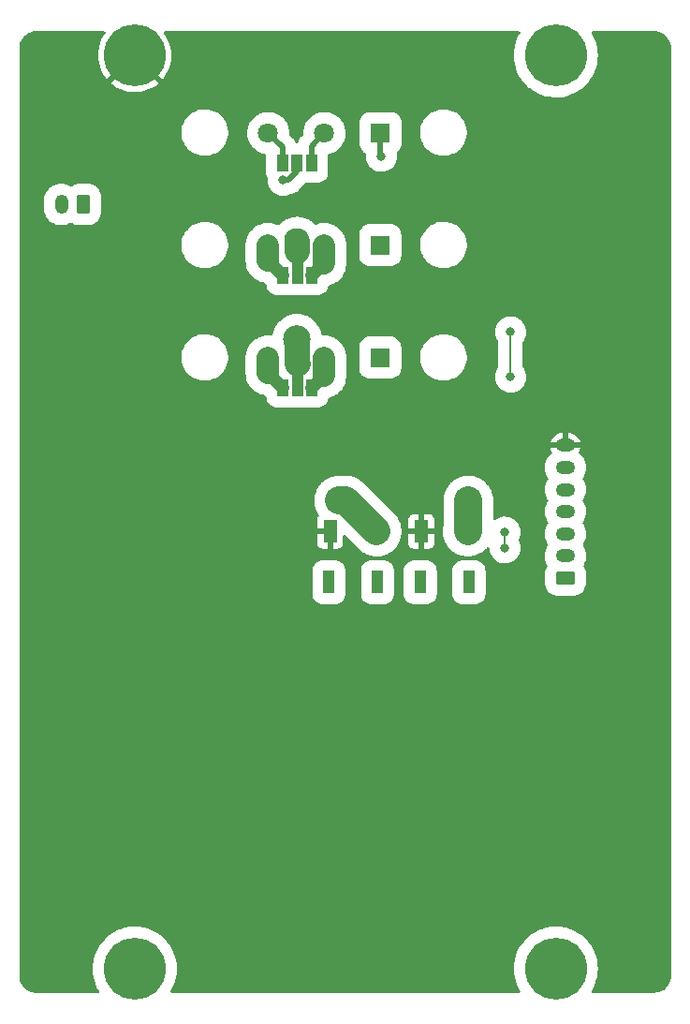
<source format=gbr>
%TF.GenerationSoftware,KiCad,Pcbnew,(6.0.7)*%
%TF.CreationDate,2023-03-08T23:55:28-05:00*%
%TF.ProjectId,CoreIO,436f7265-494f-42e6-9b69-6361645f7063,rev?*%
%TF.SameCoordinates,Original*%
%TF.FileFunction,Copper,L2,Bot*%
%TF.FilePolarity,Positive*%
%FSLAX46Y46*%
G04 Gerber Fmt 4.6, Leading zero omitted, Abs format (unit mm)*
G04 Created by KiCad (PCBNEW (6.0.7)) date 2023-03-08 23:55:28*
%MOMM*%
%LPD*%
G01*
G04 APERTURE LIST*
G04 Aperture macros list*
%AMRoundRect*
0 Rectangle with rounded corners*
0 $1 Rounding radius*
0 $2 $3 $4 $5 $6 $7 $8 $9 X,Y pos of 4 corners*
0 Add a 4 corners polygon primitive as box body*
4,1,4,$2,$3,$4,$5,$6,$7,$8,$9,$2,$3,0*
0 Add four circle primitives for the rounded corners*
1,1,$1+$1,$2,$3*
1,1,$1+$1,$4,$5*
1,1,$1+$1,$6,$7*
1,1,$1+$1,$8,$9*
0 Add four rect primitives between the rounded corners*
20,1,$1+$1,$2,$3,$4,$5,0*
20,1,$1+$1,$4,$5,$6,$7,0*
20,1,$1+$1,$6,$7,$8,$9,0*
20,1,$1+$1,$8,$9,$2,$3,0*%
G04 Aperture macros list end*
%TA.AperFunction,ComponentPad*%
%ADD10C,3.600000*%
%TD*%
%TA.AperFunction,ConnectorPad*%
%ADD11C,5.600000*%
%TD*%
%TA.AperFunction,ComponentPad*%
%ADD12RoundRect,0.250000X0.350000X0.625000X-0.350000X0.625000X-0.350000X-0.625000X0.350000X-0.625000X0*%
%TD*%
%TA.AperFunction,ComponentPad*%
%ADD13O,1.200000X1.750000*%
%TD*%
%TA.AperFunction,ComponentPad*%
%ADD14R,1.800000X1.800000*%
%TD*%
%TA.AperFunction,ComponentPad*%
%ADD15C,1.800000*%
%TD*%
%TA.AperFunction,ComponentPad*%
%ADD16RoundRect,0.250000X0.625000X-0.350000X0.625000X0.350000X-0.625000X0.350000X-0.625000X-0.350000X0*%
%TD*%
%TA.AperFunction,ComponentPad*%
%ADD17O,1.750000X1.200000*%
%TD*%
%TA.AperFunction,SMDPad,CuDef*%
%ADD18R,1.000000X2.000000*%
%TD*%
%TA.AperFunction,SMDPad,CuDef*%
%ADD19R,1.300000X2.100000*%
%TD*%
%TA.AperFunction,SMDPad,CuDef*%
%ADD20R,1.000000X1.500000*%
%TD*%
%TA.AperFunction,ViaPad*%
%ADD21C,2.500000*%
%TD*%
%TA.AperFunction,ViaPad*%
%ADD22C,0.800000*%
%TD*%
%TA.AperFunction,ViaPad*%
%ADD23C,2.300000*%
%TD*%
%TA.AperFunction,Conductor*%
%ADD24C,0.508000*%
%TD*%
%TA.AperFunction,Conductor*%
%ADD25C,2.300000*%
%TD*%
%TA.AperFunction,Conductor*%
%ADD26C,1.000000*%
%TD*%
%TA.AperFunction,Conductor*%
%ADD27C,0.250000*%
%TD*%
%TA.AperFunction,Conductor*%
%ADD28C,0.203200*%
%TD*%
%TA.AperFunction,Conductor*%
%ADD29C,2.500000*%
%TD*%
%TA.AperFunction,Conductor*%
%ADD30C,2.000000*%
%TD*%
%TA.AperFunction,Conductor*%
%ADD31C,1.200000*%
%TD*%
G04 APERTURE END LIST*
D10*
%TO.P,H4,1*%
%TO.N,N/C*%
X128821044Y-136276378D03*
D11*
X128821044Y-136276378D03*
%TD*%
D12*
%TO.P,J2,1,Pin_1*%
%TO.N,Net-(J2-Pad1)*%
X124190000Y-67220000D03*
D13*
%TO.P,J2,2,Pin_2*%
%TO.N,Net-(J2-Pad2)*%
X122190000Y-67220000D03*
%TD*%
D14*
%TO.P,S1,1*%
%TO.N,/SWITCH1*%
X151023176Y-81059176D03*
D15*
%TO.P,S1,2*%
%TO.N,Net-(JP1-Pad1)*%
X145943176Y-81059176D03*
%TO.P,S1,3*%
%TO.N,Net-(JP1-Pad3)*%
X140863176Y-81059176D03*
%TD*%
D16*
%TO.P,J1,1,Pin_1*%
%TO.N,/CONT 2*%
X167780605Y-100981317D03*
D17*
%TO.P,J1,2,Pin_2*%
%TO.N,/CONT 1*%
X167780605Y-98981317D03*
%TO.P,J1,3,Pin_3*%
%TO.N,/ARM*%
X167780605Y-96981317D03*
%TO.P,J1,4,Pin_4*%
%TO.N,/PYRO 2*%
X167780605Y-94981317D03*
%TO.P,J1,5,Pin_5*%
%TO.N,/PYRO 1*%
X167780605Y-92981317D03*
%TO.P,J1,6,Pin_6*%
%TO.N,/V_BATT*%
X167780605Y-90981317D03*
%TO.P,J1,7,Pin_7*%
%TO.N,GND*%
X167780605Y-88981317D03*
%TD*%
D14*
%TO.P,S2,1*%
%TO.N,/V_BATT*%
X151023058Y-70888941D03*
D15*
%TO.P,S2,2*%
%TO.N,Net-(JP2-Pad1)*%
X145943058Y-70888941D03*
%TO.P,S2,3*%
%TO.N,Net-(JP2-Pad3)*%
X140863058Y-70888941D03*
%TD*%
D10*
%TO.P,H3,1*%
%TO.N,N/C*%
X166909025Y-53739054D03*
D11*
X166909025Y-53739054D03*
%TD*%
D10*
%TO.P,H2,1*%
%TO.N,N/C*%
X166902698Y-136268782D03*
D11*
X166902698Y-136268782D03*
%TD*%
D15*
%TO.P,S3,3*%
%TO.N,Net-(JP3-Pad3)*%
X140899176Y-60762470D03*
%TO.P,S3,2*%
%TO.N,Net-(JP3-Pad1)*%
X145979176Y-60762470D03*
D14*
%TO.P,S3,1*%
%TO.N,Net-(J2-Pad2)*%
X151059176Y-60762470D03*
%TD*%
D10*
%TO.P,H1,1,1*%
%TO.N,GND*%
X128816000Y-53739054D03*
D11*
X128816000Y-53739054D03*
%TD*%
D18*
%TO.P,BT1,*%
%TO.N,*%
X150790000Y-101360000D03*
X146390000Y-101360000D03*
D19*
%TO.P,BT1,1,+*%
%TO.N,Net-(BT1-Pad1)*%
X150690000Y-96760000D03*
%TO.P,BT1,2,-*%
%TO.N,GND*%
X146490000Y-96760000D03*
%TD*%
D18*
%TO.P,BT2,*%
%TO.N,*%
X154645000Y-101360000D03*
X159045000Y-101360000D03*
D19*
%TO.P,BT2,1,+*%
%TO.N,Net-(BT2-Pad1)*%
X158945000Y-96760000D03*
%TO.P,BT2,2,-*%
%TO.N,GND*%
X154745000Y-96760000D03*
%TD*%
D20*
%TO.P,JP3,1,A*%
%TO.N,Net-(JP3-Pad1)*%
X144810000Y-63500000D03*
%TO.P,JP3,2,C*%
%TO.N,Net-(J2-Pad1)*%
X143510000Y-63500000D03*
%TO.P,JP3,3,B*%
%TO.N,Net-(JP3-Pad3)*%
X142210000Y-63500000D03*
%TD*%
%TO.P,JP2,1,A*%
%TO.N,Net-(JP2-Pad1)*%
X144840000Y-73660000D03*
%TO.P,JP2,2,C*%
%TO.N,/V_IGNITOR*%
X143540000Y-73660000D03*
%TO.P,JP2,3,B*%
%TO.N,Net-(JP2-Pad3)*%
X142240000Y-73660000D03*
%TD*%
%TO.P,JP1,1,A*%
%TO.N,Net-(JP1-Pad1)*%
X144840000Y-83820000D03*
%TO.P,JP1,2,C*%
%TO.N,/V_BATT*%
X143540000Y-83820000D03*
%TO.P,JP1,3,B*%
%TO.N,Net-(JP1-Pad3)*%
X142240000Y-83820000D03*
%TD*%
D21*
%TO.N,/V_BATT*%
X143510000Y-79375000D03*
%TO.N,GND*%
X171958000Y-116586000D03*
D22*
X171450000Y-87630000D03*
D21*
X172212000Y-74168000D03*
D22*
X162560000Y-102108000D03*
X163576000Y-91694000D03*
%TO.N,Net-(J3-Pad2)*%
X162814000Y-78740000D03*
X162306000Y-96832798D03*
X162306000Y-98234998D03*
X162814000Y-82804000D03*
%TO.N,Net-(J2-Pad2)*%
X151130000Y-62865000D03*
%TO.N,Net-(J2-Pad1)*%
X142240000Y-65024000D03*
D21*
%TO.N,Net-(BT1-Pad1)*%
X147320000Y-93980000D03*
%TO.N,Net-(BT2-Pad1)*%
X159004000Y-93980000D03*
D23*
%TO.N,/V_IGNITOR*%
X143510000Y-70485000D03*
%TD*%
D24*
%TO.N,/V_BATT*%
X143540000Y-81945000D02*
X143510000Y-81915000D01*
D25*
X143510000Y-81620000D02*
X143540000Y-81620000D01*
X143510000Y-79375000D02*
X143510000Y-81620000D01*
D26*
X143540000Y-83820000D02*
X143540000Y-81945000D01*
D27*
%TO.N,GND*%
X170098683Y-88981317D02*
X171450000Y-87630000D01*
X167780605Y-88981317D02*
X170098683Y-88981317D01*
D28*
%TO.N,Net-(J3-Pad2)*%
X162814000Y-78740000D02*
X162814000Y-82804000D01*
X162306000Y-96832798D02*
X162306000Y-98234998D01*
D24*
%TO.N,Net-(J2-Pad2)*%
X151059176Y-60762470D02*
X151059176Y-62794176D01*
D27*
X151059176Y-62794176D02*
X151130000Y-62865000D01*
D24*
%TO.N,Net-(J2-Pad1)*%
X143510000Y-64262000D02*
X143510000Y-63500000D01*
X142748000Y-65024000D02*
X143510000Y-64262000D01*
X142748000Y-65024000D02*
X142240000Y-65024000D01*
D29*
%TO.N,Net-(BT1-Pad1)*%
X147910000Y-93980000D02*
X150690000Y-96760000D01*
X147320000Y-93980000D02*
X147910000Y-93980000D01*
%TO.N,Net-(BT2-Pad1)*%
X159004000Y-96701000D02*
X158945000Y-96760000D01*
X159004000Y-93980000D02*
X159004000Y-96701000D01*
D25*
%TO.N,/V_IGNITOR*%
X143510000Y-70485000D02*
X143510000Y-71460000D01*
D26*
X143540000Y-71490000D02*
X143540000Y-73660000D01*
D24*
X143510000Y-71460000D02*
X143540000Y-71490000D01*
D30*
%TO.N,Net-(JP1-Pad1)*%
X145943176Y-82716824D02*
X145943176Y-81059176D01*
D31*
X144840000Y-83820000D02*
X145943176Y-82716824D01*
D30*
%TO.N,Net-(JP1-Pad3)*%
X140863176Y-82443176D02*
X140863176Y-81059176D01*
D31*
X142240000Y-83820000D02*
X140863176Y-82443176D01*
%TO.N,Net-(JP2-Pad1)*%
X144840000Y-73660000D02*
X145943058Y-72556942D01*
D30*
X145943058Y-72556942D02*
X145943058Y-70888941D01*
%TO.N,Net-(JP2-Pad3)*%
X140863058Y-72283058D02*
X140863058Y-70888941D01*
D31*
X142240000Y-73660000D02*
X140863058Y-72283058D01*
D24*
%TO.N,Net-(JP3-Pad1)*%
X144810000Y-63500000D02*
X144810000Y-61931646D01*
X144810000Y-61931646D02*
X145979176Y-60762470D01*
%TO.N,Net-(JP3-Pad3)*%
X142210000Y-62073294D02*
X140899176Y-60762470D01*
X142210000Y-63500000D02*
X142210000Y-62073294D01*
%TD*%
%TA.AperFunction,Conductor*%
%TO.N,GND*%
G36*
X126129621Y-51577207D02*
G01*
X126176114Y-51630863D01*
X126186218Y-51701137D01*
X126165589Y-51754209D01*
X125984215Y-52020095D01*
X125980697Y-52025905D01*
X125815134Y-52335976D01*
X125812259Y-52342141D01*
X125681155Y-52668272D01*
X125678962Y-52674712D01*
X125583846Y-53013098D01*
X125582363Y-53019733D01*
X125524350Y-53366408D01*
X125523591Y-53373180D01*
X125503357Y-53724091D01*
X125503333Y-53730886D01*
X125521117Y-54081947D01*
X125521827Y-54088703D01*
X125577420Y-54435777D01*
X125578859Y-54442432D01*
X125671608Y-54781464D01*
X125673757Y-54787925D01*
X125802581Y-55114966D01*
X125805412Y-55121149D01*
X125968803Y-55432364D01*
X125972286Y-55438206D01*
X126168330Y-55729950D01*
X126172433Y-55735394D01*
X126292425Y-55877890D01*
X126305164Y-55886333D01*
X126315608Y-55880235D01*
X128443980Y-53751864D01*
X128451592Y-53737923D01*
X128451461Y-53736088D01*
X128447210Y-53729474D01*
X127065203Y-52347467D01*
X127031177Y-52285155D01*
X127036242Y-52214340D01*
X127065203Y-52169277D01*
X127246223Y-51988257D01*
X127308535Y-51954231D01*
X127379350Y-51959296D01*
X127424413Y-51988257D01*
X128803188Y-53367032D01*
X128817132Y-53374646D01*
X128818965Y-53374515D01*
X128825580Y-53370264D01*
X130207587Y-51988257D01*
X130269899Y-51954231D01*
X130340714Y-51959296D01*
X130385777Y-51988257D01*
X130566797Y-52169277D01*
X130600823Y-52231589D01*
X130595758Y-52302404D01*
X130566797Y-52347467D01*
X129188022Y-53726242D01*
X129180408Y-53740186D01*
X129180539Y-53742019D01*
X129184790Y-53748634D01*
X131315009Y-55878852D01*
X131328605Y-55886277D01*
X131338218Y-55879576D01*
X131438518Y-55762966D01*
X131442676Y-55757568D01*
X131641762Y-55467894D01*
X131645310Y-55462083D01*
X131811942Y-55152613D01*
X131814849Y-55146435D01*
X131947090Y-54820767D01*
X131949304Y-54814337D01*
X132045598Y-54476291D01*
X132047105Y-54469661D01*
X132106332Y-54123172D01*
X132107112Y-54116432D01*
X132128668Y-53763979D01*
X132128784Y-53760377D01*
X132128853Y-53740873D01*
X132128761Y-53737248D01*
X132109666Y-53384669D01*
X132108931Y-53377903D01*
X132052130Y-53031039D01*
X132050663Y-53024367D01*
X131956736Y-52685681D01*
X131954562Y-52679217D01*
X131824598Y-52352632D01*
X131821742Y-52346452D01*
X131657269Y-52035817D01*
X131653764Y-52029983D01*
X131466805Y-51753845D01*
X131445177Y-51686223D01*
X131463542Y-51617643D01*
X131516068Y-51569878D01*
X131571141Y-51557205D01*
X163563538Y-51557205D01*
X163631659Y-51577207D01*
X163678152Y-51630863D01*
X163688256Y-51701137D01*
X163670275Y-51750161D01*
X163638006Y-51801603D01*
X163587221Y-51882561D01*
X163416616Y-52227754D01*
X163415502Y-52230735D01*
X163415501Y-52230736D01*
X163402916Y-52264395D01*
X163281768Y-52588420D01*
X163184059Y-52960868D01*
X163168135Y-53062555D01*
X163156141Y-53139150D01*
X163124487Y-53341283D01*
X163124316Y-53344445D01*
X163124315Y-53344452D01*
X163122137Y-53384669D01*
X163103664Y-53725771D01*
X163121803Y-54110394D01*
X163122274Y-54113547D01*
X163122275Y-54113555D01*
X163127251Y-54146847D01*
X163178717Y-54491216D01*
X163179503Y-54494298D01*
X163179503Y-54494300D01*
X163188664Y-54530238D01*
X163273824Y-54864337D01*
X163406151Y-55225936D01*
X163574342Y-55572312D01*
X163576021Y-55575030D01*
X163764519Y-55880235D01*
X163776675Y-55899918D01*
X164011079Y-56205399D01*
X164275154Y-56485629D01*
X164277559Y-56487713D01*
X164277565Y-56487718D01*
X164472893Y-56656916D01*
X164566197Y-56737738D01*
X164881226Y-56959144D01*
X165217017Y-57147581D01*
X165219931Y-57148848D01*
X165219935Y-57148850D01*
X165364508Y-57211712D01*
X165570132Y-57301120D01*
X165936956Y-57418188D01*
X166080378Y-57448412D01*
X166310607Y-57496929D01*
X166310617Y-57496931D01*
X166313732Y-57497587D01*
X166316895Y-57497925D01*
X166316901Y-57497926D01*
X166693436Y-57538167D01*
X166693445Y-57538168D01*
X166696603Y-57538505D01*
X166699789Y-57538522D01*
X166699795Y-57538522D01*
X166876275Y-57539446D01*
X167081649Y-57540521D01*
X167226192Y-57526603D01*
X167461762Y-57503920D01*
X167461767Y-57503919D01*
X167464927Y-57503615D01*
X167468047Y-57502992D01*
X167468051Y-57502991D01*
X167839386Y-57428791D01*
X167839385Y-57428791D01*
X167842514Y-57428166D01*
X167845550Y-57427232D01*
X167845558Y-57427230D01*
X168207501Y-57315881D01*
X168207504Y-57315880D01*
X168210543Y-57314945D01*
X168213471Y-57313708D01*
X168213477Y-57313706D01*
X168372894Y-57246366D01*
X168565246Y-57165113D01*
X168568049Y-57163579D01*
X168568054Y-57163576D01*
X168779873Y-57047608D01*
X168902993Y-56980202D01*
X169220323Y-56762107D01*
X169222762Y-56760039D01*
X169222768Y-56760034D01*
X169511550Y-56515130D01*
X169511558Y-56515122D01*
X169513990Y-56513060D01*
X169516198Y-56510765D01*
X169516206Y-56510758D01*
X169778770Y-56237913D01*
X169778772Y-56237910D01*
X169780985Y-56235611D01*
X170018575Y-55932600D01*
X170224328Y-55607131D01*
X170225748Y-55604282D01*
X170225753Y-55604274D01*
X170394717Y-55265384D01*
X170396137Y-55262536D01*
X170532243Y-54902342D01*
X170541560Y-54867328D01*
X170630431Y-54533323D01*
X170631252Y-54530238D01*
X170637009Y-54494300D01*
X170691646Y-54153184D01*
X170692151Y-54150033D01*
X170694089Y-54116432D01*
X170714218Y-53767315D01*
X170714316Y-53765620D01*
X170714409Y-53739054D01*
X170713996Y-53730886D01*
X170695089Y-53357669D01*
X170695088Y-53357664D01*
X170694928Y-53354496D01*
X170659776Y-53124778D01*
X170637169Y-52977035D01*
X170637167Y-52977026D01*
X170636685Y-52973875D01*
X170578596Y-52749262D01*
X170541073Y-52604169D01*
X170541070Y-52604161D01*
X170540276Y-52601089D01*
X170536727Y-52591493D01*
X170487042Y-52457179D01*
X170406688Y-52239954D01*
X170336053Y-52095769D01*
X170238690Y-51897026D01*
X170238687Y-51897020D01*
X170237289Y-51894167D01*
X170176992Y-51797296D01*
X170147421Y-51749788D01*
X170128404Y-51681386D01*
X170149388Y-51613561D01*
X170203709Y-51567848D01*
X170254391Y-51557205D01*
X175740558Y-51557205D01*
X175754605Y-51557990D01*
X175781214Y-51560975D01*
X175789887Y-51561948D01*
X175796033Y-51561432D01*
X175817085Y-51559665D01*
X175836615Y-51559544D01*
X175968578Y-51568984D01*
X176014029Y-51572235D01*
X176031820Y-51574794D01*
X176228842Y-51617656D01*
X176246085Y-51622719D01*
X176246152Y-51622744D01*
X176435003Y-51693185D01*
X176451355Y-51700653D01*
X176523746Y-51740182D01*
X176628322Y-51797286D01*
X176643441Y-51807003D01*
X176748194Y-51885422D01*
X176804850Y-51927835D01*
X176818435Y-51939606D01*
X176961015Y-52082189D01*
X176972776Y-52095763D01*
X177027808Y-52169277D01*
X177093610Y-52257180D01*
X177103329Y-52272303D01*
X177199959Y-52449270D01*
X177207427Y-52465623D01*
X177277887Y-52654535D01*
X177282952Y-52671784D01*
X177325811Y-52868809D01*
X177328369Y-52886603D01*
X177337891Y-53019733D01*
X177340128Y-53051014D01*
X177339663Y-53074055D01*
X177338697Y-53082666D01*
X177341054Y-53110740D01*
X177342998Y-53133886D01*
X177343440Y-53144429D01*
X177343440Y-136853334D01*
X177342655Y-136867379D01*
X177338697Y-136902666D01*
X177339213Y-136908810D01*
X177340981Y-136929864D01*
X177341102Y-136949397D01*
X177328413Y-137126814D01*
X177325854Y-137144609D01*
X177282994Y-137341629D01*
X177277930Y-137358877D01*
X177207466Y-137547800D01*
X177199998Y-137564153D01*
X177103365Y-137741124D01*
X177093646Y-137756247D01*
X176972814Y-137917662D01*
X176961041Y-137931249D01*
X176818463Y-138073829D01*
X176804878Y-138085601D01*
X176643480Y-138206424D01*
X176643465Y-138206435D01*
X176628344Y-138216153D01*
X176451370Y-138312790D01*
X176435023Y-138320256D01*
X176246100Y-138390723D01*
X176228854Y-138395787D01*
X176073220Y-138429646D01*
X176031828Y-138438651D01*
X176014034Y-138441210D01*
X175850040Y-138452941D01*
X175827013Y-138452477D01*
X175817961Y-138451462D01*
X175770834Y-138455420D01*
X175766750Y-138455763D01*
X175756205Y-138456205D01*
X170244839Y-138456205D01*
X170176718Y-138436203D01*
X170130225Y-138382547D01*
X170120121Y-138312273D01*
X170138336Y-138262877D01*
X170216292Y-138139562D01*
X170218001Y-138136859D01*
X170219421Y-138134010D01*
X170219426Y-138134002D01*
X170388390Y-137795112D01*
X170389810Y-137792264D01*
X170523046Y-137439666D01*
X170524792Y-137435045D01*
X170524793Y-137435042D01*
X170525916Y-137432070D01*
X170533212Y-137404652D01*
X170624104Y-137063051D01*
X170624925Y-137059966D01*
X170630488Y-137025240D01*
X170661831Y-136829555D01*
X170685824Y-136679761D01*
X170687490Y-136650879D01*
X170707891Y-136297043D01*
X170707989Y-136295348D01*
X170708082Y-136268782D01*
X170707571Y-136258680D01*
X170688762Y-135887397D01*
X170688761Y-135887392D01*
X170688601Y-135884224D01*
X170632004Y-135514359D01*
X170630842Y-135506763D01*
X170630840Y-135506754D01*
X170630358Y-135503603D01*
X170536710Y-135141493D01*
X170534746Y-135133897D01*
X170534743Y-135133889D01*
X170533949Y-135130817D01*
X170532073Y-135125744D01*
X170404275Y-134780264D01*
X170400361Y-134769682D01*
X170398106Y-134765078D01*
X170232363Y-134426754D01*
X170232360Y-134426748D01*
X170230962Y-134423895D01*
X170129224Y-134260447D01*
X170029173Y-134099707D01*
X170029165Y-134099696D01*
X170027486Y-134096998D01*
X169947399Y-133993377D01*
X169793969Y-133794861D01*
X169793964Y-133794856D01*
X169792017Y-133792336D01*
X169536372Y-133522943D01*
X169529164Y-133515347D01*
X169529161Y-133515345D01*
X169526965Y-133513030D01*
X169235045Y-133261939D01*
X168919244Y-133041633D01*
X168599229Y-132863515D01*
X168585582Y-132855919D01*
X168585580Y-132855918D01*
X168582797Y-132854369D01*
X168579877Y-132853111D01*
X168579872Y-132853109D01*
X168232082Y-132703327D01*
X168232072Y-132703323D01*
X168229148Y-132702064D01*
X167861919Y-132586277D01*
X167591170Y-132530208D01*
X167487993Y-132508841D01*
X167487990Y-132508841D01*
X167484868Y-132508194D01*
X167171915Y-132475853D01*
X167105012Y-132468939D01*
X167105009Y-132468939D01*
X167101856Y-132468613D01*
X167098690Y-132468607D01*
X167098681Y-132468607D01*
X166908609Y-132468276D01*
X166716806Y-132467941D01*
X166564667Y-132483126D01*
X166336832Y-132505867D01*
X166336826Y-132505868D01*
X166333659Y-132506184D01*
X166137736Y-132546045D01*
X165959462Y-132582315D01*
X165959458Y-132582316D01*
X165956337Y-132582951D01*
X165953295Y-132583898D01*
X165953289Y-132583900D01*
X165800912Y-132631361D01*
X165588706Y-132697456D01*
X165567969Y-132706301D01*
X165237457Y-132847276D01*
X165237453Y-132847278D01*
X165234527Y-132848526D01*
X165231748Y-132850060D01*
X165231742Y-132850063D01*
X165210182Y-132861965D01*
X164897429Y-133034614D01*
X164894808Y-133036429D01*
X164894803Y-133036432D01*
X164601728Y-133239367D01*
X164580861Y-133253816D01*
X164288066Y-133503886D01*
X164285866Y-133506188D01*
X164285863Y-133506191D01*
X164274061Y-133518541D01*
X164022041Y-133782266D01*
X164020084Y-133784780D01*
X164020083Y-133784781D01*
X164016002Y-133790024D01*
X163785510Y-134086103D01*
X163783814Y-134088807D01*
X163783811Y-134088811D01*
X163772211Y-134107303D01*
X163580894Y-134412289D01*
X163410289Y-134757482D01*
X163409175Y-134760463D01*
X163409174Y-134760464D01*
X163401771Y-134780264D01*
X163275441Y-135118148D01*
X163177732Y-135490596D01*
X163118160Y-135871011D01*
X163117989Y-135874173D01*
X163117988Y-135874180D01*
X163117203Y-135888673D01*
X163097337Y-136255499D01*
X163097487Y-136258680D01*
X163099575Y-136302944D01*
X163115476Y-136640122D01*
X163115947Y-136643275D01*
X163115948Y-136643283D01*
X163120924Y-136676575D01*
X163172390Y-137020944D01*
X163173176Y-137024026D01*
X163173176Y-137024028D01*
X163254132Y-137341630D01*
X163267497Y-137394065D01*
X163345883Y-137608264D01*
X163397396Y-137749028D01*
X163399824Y-137755664D01*
X163568015Y-138102040D01*
X163638494Y-138216155D01*
X163668041Y-138263996D01*
X163686819Y-138332464D01*
X163665599Y-138400215D01*
X163611118Y-138445739D01*
X163560839Y-138456205D01*
X132167987Y-138456205D01*
X132099866Y-138436203D01*
X132053373Y-138382547D01*
X132043269Y-138312273D01*
X132061484Y-138262877D01*
X132134638Y-138147158D01*
X132136347Y-138144455D01*
X132137767Y-138141606D01*
X132137772Y-138141598D01*
X132306736Y-137802708D01*
X132308156Y-137799860D01*
X132444262Y-137439666D01*
X132453579Y-137404652D01*
X132527505Y-137126814D01*
X132543271Y-137067562D01*
X132544993Y-137056816D01*
X132603665Y-136690508D01*
X132604170Y-136687357D01*
X132604427Y-136682912D01*
X132626237Y-136304639D01*
X132626335Y-136302944D01*
X132626428Y-136276378D01*
X132626044Y-136268782D01*
X132607108Y-135894993D01*
X132607107Y-135894988D01*
X132606947Y-135891820D01*
X132548704Y-135511199D01*
X132452295Y-135138413D01*
X132450625Y-135133897D01*
X132405573Y-135012106D01*
X132318707Y-134777278D01*
X132149308Y-134431491D01*
X132047570Y-134268042D01*
X131947519Y-134107303D01*
X131947511Y-134107292D01*
X131945832Y-134104594D01*
X131710363Y-133799932D01*
X131445311Y-133520626D01*
X131153391Y-133269535D01*
X130837590Y-133049229D01*
X130501143Y-132861965D01*
X130498223Y-132860707D01*
X130498218Y-132860705D01*
X130150428Y-132710923D01*
X130150418Y-132710919D01*
X130147494Y-132709660D01*
X129780265Y-132593873D01*
X129509516Y-132537804D01*
X129406339Y-132516437D01*
X129406336Y-132516437D01*
X129403214Y-132515790D01*
X129109743Y-132485462D01*
X129023358Y-132476535D01*
X129023355Y-132476535D01*
X129020202Y-132476209D01*
X129017036Y-132476203D01*
X129017027Y-132476203D01*
X128826955Y-132475872D01*
X128635152Y-132475537D01*
X128483013Y-132490722D01*
X128255178Y-132513463D01*
X128255172Y-132513464D01*
X128252005Y-132513780D01*
X128056082Y-132553641D01*
X127877808Y-132589911D01*
X127877804Y-132589912D01*
X127874683Y-132590547D01*
X127871641Y-132591494D01*
X127871635Y-132591496D01*
X127719258Y-132638957D01*
X127507052Y-132705052D01*
X127504124Y-132706301D01*
X127155803Y-132854872D01*
X127155799Y-132854874D01*
X127152873Y-132856122D01*
X127150094Y-132857656D01*
X127150088Y-132857659D01*
X126860325Y-133017617D01*
X126815775Y-133042210D01*
X126813154Y-133044025D01*
X126813149Y-133044028D01*
X126520074Y-133246963D01*
X126499207Y-133261412D01*
X126206412Y-133511482D01*
X126204212Y-133513784D01*
X126204209Y-133513787D01*
X126090258Y-133633030D01*
X125940387Y-133789862D01*
X125938430Y-133792376D01*
X125938429Y-133792377D01*
X125711729Y-134083586D01*
X125703856Y-134093699D01*
X125702160Y-134096403D01*
X125702157Y-134096407D01*
X125695322Y-134107303D01*
X125499240Y-134419885D01*
X125328635Y-134765078D01*
X125193787Y-135125744D01*
X125096078Y-135498192D01*
X125068668Y-135673230D01*
X125037696Y-135871011D01*
X125036506Y-135878607D01*
X125036335Y-135881769D01*
X125036334Y-135881776D01*
X125018234Y-136215984D01*
X125015683Y-136263095D01*
X125015833Y-136266276D01*
X125033613Y-136643283D01*
X125033822Y-136647718D01*
X125034293Y-136650871D01*
X125034294Y-136650879D01*
X125039270Y-136684171D01*
X125090736Y-137028540D01*
X125091522Y-137031622D01*
X125091522Y-137031624D01*
X125174938Y-137358877D01*
X125185843Y-137401661D01*
X125239323Y-137547800D01*
X125315604Y-137756247D01*
X125318170Y-137763260D01*
X125486361Y-138109636D01*
X125488038Y-138112351D01*
X125488040Y-138112355D01*
X125581695Y-138263996D01*
X125600473Y-138332464D01*
X125579252Y-138400215D01*
X125524772Y-138445739D01*
X125474493Y-138456205D01*
X119987296Y-138456205D01*
X119973253Y-138455420D01*
X119944088Y-138452149D01*
X119944086Y-138452149D01*
X119937961Y-138451462D01*
X119931817Y-138451978D01*
X119910762Y-138453746D01*
X119891231Y-138453867D01*
X119800623Y-138447388D01*
X119713814Y-138441181D01*
X119696029Y-138438624D01*
X119518188Y-138399940D01*
X119498995Y-138395765D01*
X119481746Y-138390700D01*
X119292826Y-138320240D01*
X119276479Y-138312775D01*
X119099502Y-138216141D01*
X119084383Y-138206424D01*
X118922964Y-138085590D01*
X118909377Y-138073817D01*
X118766802Y-137931245D01*
X118755029Y-137917659D01*
X118658929Y-137789286D01*
X118634189Y-137756238D01*
X118624471Y-137741115D01*
X118527839Y-137564150D01*
X118520376Y-137547811D01*
X118449905Y-137358873D01*
X118444843Y-137341630D01*
X118419734Y-137226212D01*
X118401981Y-137144604D01*
X118399423Y-137126813D01*
X118387698Y-136962881D01*
X118388162Y-136939851D01*
X118388496Y-136936874D01*
X118388496Y-136936862D01*
X118389183Y-136930740D01*
X118384882Y-136879519D01*
X118384440Y-136868977D01*
X118384440Y-102417816D01*
X144889500Y-102417816D01*
X144889749Y-102420603D01*
X144889749Y-102420609D01*
X144897411Y-102506455D01*
X144900234Y-102538087D01*
X144956259Y-102733470D01*
X145050427Y-102913596D01*
X145178891Y-103071109D01*
X145336404Y-103199573D01*
X145516530Y-103293741D01*
X145711913Y-103349766D01*
X145743545Y-103352589D01*
X145829391Y-103360251D01*
X145829397Y-103360251D01*
X145832184Y-103360500D01*
X146947816Y-103360500D01*
X146950603Y-103360251D01*
X146950609Y-103360251D01*
X147036455Y-103352589D01*
X147068087Y-103349766D01*
X147263470Y-103293741D01*
X147443596Y-103199573D01*
X147601109Y-103071109D01*
X147729573Y-102913596D01*
X147823741Y-102733470D01*
X147879766Y-102538087D01*
X147882589Y-102506455D01*
X147890251Y-102420609D01*
X147890251Y-102420603D01*
X147890500Y-102417816D01*
X149289500Y-102417816D01*
X149289749Y-102420603D01*
X149289749Y-102420609D01*
X149297411Y-102506455D01*
X149300234Y-102538087D01*
X149356259Y-102733470D01*
X149450427Y-102913596D01*
X149578891Y-103071109D01*
X149736404Y-103199573D01*
X149916530Y-103293741D01*
X150111913Y-103349766D01*
X150143545Y-103352589D01*
X150229391Y-103360251D01*
X150229397Y-103360251D01*
X150232184Y-103360500D01*
X151347816Y-103360500D01*
X151350603Y-103360251D01*
X151350609Y-103360251D01*
X151436455Y-103352589D01*
X151468087Y-103349766D01*
X151663470Y-103293741D01*
X151843596Y-103199573D01*
X152001109Y-103071109D01*
X152129573Y-102913596D01*
X152223741Y-102733470D01*
X152279766Y-102538087D01*
X152282589Y-102506455D01*
X152290251Y-102420609D01*
X152290251Y-102420603D01*
X152290500Y-102417816D01*
X153144500Y-102417816D01*
X153144749Y-102420603D01*
X153144749Y-102420609D01*
X153152411Y-102506455D01*
X153155234Y-102538087D01*
X153211259Y-102733470D01*
X153305427Y-102913596D01*
X153433891Y-103071109D01*
X153591404Y-103199573D01*
X153771530Y-103293741D01*
X153966913Y-103349766D01*
X153998545Y-103352589D01*
X154084391Y-103360251D01*
X154084397Y-103360251D01*
X154087184Y-103360500D01*
X155202816Y-103360500D01*
X155205603Y-103360251D01*
X155205609Y-103360251D01*
X155291455Y-103352589D01*
X155323087Y-103349766D01*
X155518470Y-103293741D01*
X155698596Y-103199573D01*
X155856109Y-103071109D01*
X155984573Y-102913596D01*
X156078741Y-102733470D01*
X156134766Y-102538087D01*
X156137589Y-102506455D01*
X156145251Y-102420609D01*
X156145251Y-102420603D01*
X156145500Y-102417816D01*
X157544500Y-102417816D01*
X157544749Y-102420603D01*
X157544749Y-102420609D01*
X157552411Y-102506455D01*
X157555234Y-102538087D01*
X157611259Y-102733470D01*
X157705427Y-102913596D01*
X157833891Y-103071109D01*
X157991404Y-103199573D01*
X158171530Y-103293741D01*
X158366913Y-103349766D01*
X158398545Y-103352589D01*
X158484391Y-103360251D01*
X158484397Y-103360251D01*
X158487184Y-103360500D01*
X159602816Y-103360500D01*
X159605603Y-103360251D01*
X159605609Y-103360251D01*
X159691455Y-103352589D01*
X159723087Y-103349766D01*
X159918470Y-103293741D01*
X160098596Y-103199573D01*
X160256109Y-103071109D01*
X160384573Y-102913596D01*
X160478741Y-102733470D01*
X160534766Y-102538087D01*
X160537589Y-102506455D01*
X160545251Y-102420609D01*
X160545251Y-102420603D01*
X160545500Y-102417816D01*
X160545500Y-100302184D01*
X160534766Y-100181913D01*
X160478741Y-99986530D01*
X160384573Y-99806404D01*
X160256109Y-99648891D01*
X160233683Y-99630601D01*
X160103540Y-99524459D01*
X160103539Y-99524458D01*
X160098596Y-99520427D01*
X159918470Y-99426259D01*
X159723087Y-99370234D01*
X159691455Y-99367411D01*
X159605609Y-99359749D01*
X159605603Y-99359749D01*
X159602816Y-99359500D01*
X158487184Y-99359500D01*
X158484397Y-99359749D01*
X158484391Y-99359749D01*
X158398545Y-99367411D01*
X158366913Y-99370234D01*
X158171530Y-99426259D01*
X157991404Y-99520427D01*
X157986461Y-99524458D01*
X157986460Y-99524459D01*
X157856317Y-99630601D01*
X157833891Y-99648891D01*
X157705427Y-99806404D01*
X157611259Y-99986530D01*
X157555234Y-100181913D01*
X157544500Y-100302184D01*
X157544500Y-102417816D01*
X156145500Y-102417816D01*
X156145500Y-100302184D01*
X156134766Y-100181913D01*
X156078741Y-99986530D01*
X155984573Y-99806404D01*
X155856109Y-99648891D01*
X155833683Y-99630601D01*
X155703540Y-99524459D01*
X155703539Y-99524458D01*
X155698596Y-99520427D01*
X155518470Y-99426259D01*
X155323087Y-99370234D01*
X155291455Y-99367411D01*
X155205609Y-99359749D01*
X155205603Y-99359749D01*
X155202816Y-99359500D01*
X154087184Y-99359500D01*
X154084397Y-99359749D01*
X154084391Y-99359749D01*
X153998545Y-99367411D01*
X153966913Y-99370234D01*
X153771530Y-99426259D01*
X153591404Y-99520427D01*
X153586461Y-99524458D01*
X153586460Y-99524459D01*
X153456317Y-99630601D01*
X153433891Y-99648891D01*
X153305427Y-99806404D01*
X153211259Y-99986530D01*
X153155234Y-100181913D01*
X153144500Y-100302184D01*
X153144500Y-102417816D01*
X152290500Y-102417816D01*
X152290500Y-100302184D01*
X152279766Y-100181913D01*
X152223741Y-99986530D01*
X152129573Y-99806404D01*
X152001109Y-99648891D01*
X151978683Y-99630601D01*
X151848540Y-99524459D01*
X151848539Y-99524458D01*
X151843596Y-99520427D01*
X151663470Y-99426259D01*
X151468087Y-99370234D01*
X151436455Y-99367411D01*
X151350609Y-99359749D01*
X151350603Y-99359749D01*
X151347816Y-99359500D01*
X150232184Y-99359500D01*
X150229397Y-99359749D01*
X150229391Y-99359749D01*
X150143545Y-99367411D01*
X150111913Y-99370234D01*
X149916530Y-99426259D01*
X149736404Y-99520427D01*
X149731461Y-99524458D01*
X149731460Y-99524459D01*
X149601317Y-99630601D01*
X149578891Y-99648891D01*
X149450427Y-99806404D01*
X149356259Y-99986530D01*
X149300234Y-100181913D01*
X149289500Y-100302184D01*
X149289500Y-102417816D01*
X147890500Y-102417816D01*
X147890500Y-100302184D01*
X147879766Y-100181913D01*
X147823741Y-99986530D01*
X147729573Y-99806404D01*
X147601109Y-99648891D01*
X147578683Y-99630601D01*
X147448540Y-99524459D01*
X147448539Y-99524458D01*
X147443596Y-99520427D01*
X147263470Y-99426259D01*
X147068087Y-99370234D01*
X147036455Y-99367411D01*
X146950609Y-99359749D01*
X146950603Y-99359749D01*
X146947816Y-99359500D01*
X145832184Y-99359500D01*
X145829397Y-99359749D01*
X145829391Y-99359749D01*
X145743545Y-99367411D01*
X145711913Y-99370234D01*
X145516530Y-99426259D01*
X145336404Y-99520427D01*
X145331461Y-99524458D01*
X145331460Y-99524459D01*
X145201317Y-99630601D01*
X145178891Y-99648891D01*
X145050427Y-99806404D01*
X144956259Y-99986530D01*
X144900234Y-100181913D01*
X144889500Y-100302184D01*
X144889500Y-102417816D01*
X118384440Y-102417816D01*
X118384440Y-97854669D01*
X145332001Y-97854669D01*
X145332371Y-97861490D01*
X145337895Y-97912352D01*
X145341521Y-97927604D01*
X145386676Y-98048054D01*
X145395214Y-98063649D01*
X145471715Y-98165724D01*
X145484276Y-98178285D01*
X145586351Y-98254786D01*
X145601946Y-98263324D01*
X145722394Y-98308478D01*
X145737649Y-98312105D01*
X145788514Y-98317631D01*
X145795328Y-98318000D01*
X146217885Y-98318000D01*
X146233124Y-98313525D01*
X146234329Y-98312135D01*
X146236000Y-98304452D01*
X146236000Y-97032115D01*
X146231525Y-97016876D01*
X146230135Y-97015671D01*
X146222452Y-97014000D01*
X145350116Y-97014000D01*
X145334877Y-97018475D01*
X145333672Y-97019865D01*
X145332001Y-97027548D01*
X145332001Y-97854669D01*
X118384440Y-97854669D01*
X118384440Y-93980000D01*
X145064671Y-93980000D01*
X145064941Y-93984115D01*
X145065651Y-93994942D01*
X145065791Y-94008899D01*
X145064958Y-94027236D01*
X145065321Y-94031384D01*
X145065321Y-94031389D01*
X145076041Y-94153919D01*
X145076248Y-94156637D01*
X145083966Y-94274380D01*
X145084771Y-94278427D01*
X145087289Y-94291088D01*
X145089230Y-94304685D01*
X145090648Y-94320894D01*
X145090651Y-94320910D01*
X145091014Y-94325065D01*
X145091925Y-94329142D01*
X145091927Y-94329153D01*
X145118240Y-94446871D01*
X145118850Y-94449759D01*
X145141519Y-94563722D01*
X145142843Y-94567623D01*
X145142844Y-94567626D01*
X145147664Y-94581825D01*
X145151315Y-94594835D01*
X145156232Y-94616832D01*
X145157674Y-94620751D01*
X145198526Y-94731785D01*
X145199589Y-94734790D01*
X145236348Y-94843077D01*
X145238168Y-94846767D01*
X145238169Y-94846770D01*
X145245715Y-94862072D01*
X145250955Y-94874284D01*
X145259464Y-94897410D01*
X145315557Y-95003801D01*
X145317082Y-95006791D01*
X145366828Y-95107664D01*
X145369122Y-95111097D01*
X145369123Y-95111099D01*
X145379738Y-95126985D01*
X145386425Y-95138213D01*
X145398898Y-95161870D01*
X145434183Y-95211521D01*
X145451250Y-95235536D01*
X145474407Y-95302650D01*
X145457603Y-95371630D01*
X145449370Y-95384091D01*
X145395214Y-95456351D01*
X145386676Y-95471946D01*
X145341522Y-95592394D01*
X145337895Y-95607649D01*
X145332369Y-95658514D01*
X145332000Y-95665328D01*
X145332000Y-96487885D01*
X145336475Y-96503124D01*
X145337865Y-96504329D01*
X145345548Y-96506000D01*
X146618000Y-96506000D01*
X146686121Y-96526002D01*
X146732614Y-96579658D01*
X146744000Y-96632000D01*
X146744000Y-98299884D01*
X146748475Y-98315123D01*
X146749865Y-98316328D01*
X146757548Y-98317999D01*
X147184669Y-98317999D01*
X147191490Y-98317629D01*
X147242352Y-98312105D01*
X147257604Y-98308479D01*
X147378054Y-98263324D01*
X147393649Y-98254786D01*
X147495724Y-98178285D01*
X147508285Y-98165724D01*
X147584786Y-98063649D01*
X147593324Y-98048054D01*
X147638478Y-97927606D01*
X147642105Y-97912351D01*
X147647631Y-97861486D01*
X147648000Y-97854672D01*
X147648000Y-97204878D01*
X147668002Y-97136757D01*
X147721658Y-97090264D01*
X147791932Y-97080160D01*
X147856512Y-97109654D01*
X147863095Y-97115783D01*
X149152279Y-98404967D01*
X149153854Y-98406346D01*
X149153866Y-98406357D01*
X149316898Y-98549079D01*
X149320042Y-98551831D01*
X149323518Y-98554140D01*
X149323520Y-98554142D01*
X149533079Y-98693373D01*
X149569057Y-98717277D01*
X149837767Y-98848335D01*
X149841738Y-98849656D01*
X149841743Y-98849658D01*
X149911972Y-98873020D01*
X150121449Y-98942704D01*
X150125555Y-98943487D01*
X150125558Y-98943488D01*
X150227746Y-98962981D01*
X150415120Y-98998724D01*
X150419285Y-98998957D01*
X150419286Y-98998957D01*
X150496872Y-99003295D01*
X150713620Y-99015414D01*
X150717778Y-99015094D01*
X150717780Y-99015094D01*
X150775888Y-99010623D01*
X151011705Y-98992477D01*
X151015786Y-98991610D01*
X151015790Y-98991609D01*
X151300056Y-98931187D01*
X151300061Y-98931186D01*
X151304138Y-98930319D01*
X151585781Y-98830030D01*
X151589496Y-98828121D01*
X151589500Y-98828119D01*
X151847974Y-98695282D01*
X151847977Y-98695280D01*
X151851688Y-98693373D01*
X152018500Y-98577435D01*
X152093753Y-98525133D01*
X152093757Y-98525130D01*
X152097184Y-98522748D01*
X152100267Y-98519932D01*
X152100273Y-98519928D01*
X152314864Y-98323979D01*
X152317957Y-98321155D01*
X152447154Y-98167184D01*
X152507440Y-98095339D01*
X152507442Y-98095336D01*
X152510129Y-98092134D01*
X152620660Y-97917964D01*
X152660828Y-97854669D01*
X153587001Y-97854669D01*
X153587371Y-97861490D01*
X153592895Y-97912352D01*
X153596521Y-97927604D01*
X153641676Y-98048054D01*
X153650214Y-98063649D01*
X153726715Y-98165724D01*
X153739276Y-98178285D01*
X153841351Y-98254786D01*
X153856946Y-98263324D01*
X153977394Y-98308478D01*
X153992649Y-98312105D01*
X154043514Y-98317631D01*
X154050328Y-98318000D01*
X154472885Y-98318000D01*
X154488124Y-98313525D01*
X154489329Y-98312135D01*
X154491000Y-98304452D01*
X154491000Y-98299884D01*
X154999000Y-98299884D01*
X155003475Y-98315123D01*
X155004865Y-98316328D01*
X155012548Y-98317999D01*
X155439669Y-98317999D01*
X155446490Y-98317629D01*
X155497352Y-98312105D01*
X155512604Y-98308479D01*
X155633054Y-98263324D01*
X155648649Y-98254786D01*
X155750724Y-98178285D01*
X155763285Y-98165724D01*
X155839786Y-98063649D01*
X155848324Y-98048054D01*
X155893478Y-97927606D01*
X155897105Y-97912351D01*
X155902631Y-97861486D01*
X155903000Y-97854672D01*
X155903000Y-97032115D01*
X155898525Y-97016876D01*
X155897135Y-97015671D01*
X155889452Y-97014000D01*
X155017115Y-97014000D01*
X155001876Y-97018475D01*
X155000671Y-97019865D01*
X154999000Y-97027548D01*
X154999000Y-98299884D01*
X154491000Y-98299884D01*
X154491000Y-97032115D01*
X154486525Y-97016876D01*
X154485135Y-97015671D01*
X154477452Y-97014000D01*
X153605116Y-97014000D01*
X153589877Y-97018475D01*
X153588672Y-97019865D01*
X153587001Y-97027548D01*
X153587001Y-97854669D01*
X152660828Y-97854669D01*
X152668084Y-97843236D01*
X152668087Y-97843230D01*
X152670323Y-97839707D01*
X152672075Y-97835916D01*
X152672078Y-97835910D01*
X152793971Y-97572111D01*
X152793973Y-97572106D01*
X152795726Y-97568312D01*
X152884133Y-97282716D01*
X152926518Y-97032115D01*
X152933295Y-96992048D01*
X152933295Y-96992043D01*
X152933990Y-96987937D01*
X152934394Y-96976387D01*
X152941125Y-96783619D01*
X156689586Y-96783619D01*
X156712523Y-97081705D01*
X156713390Y-97085786D01*
X156713391Y-97085790D01*
X156768524Y-97345169D01*
X156774681Y-97374138D01*
X156874970Y-97655781D01*
X157011627Y-97921687D01*
X157110293Y-98063649D01*
X157179732Y-98163558D01*
X157182252Y-98167184D01*
X157185067Y-98170267D01*
X157185072Y-98170273D01*
X157311271Y-98308478D01*
X157383845Y-98387956D01*
X157494293Y-98480633D01*
X157561379Y-98536925D01*
X157612867Y-98580129D01*
X157616400Y-98582371D01*
X157616404Y-98582374D01*
X157723278Y-98650198D01*
X157865293Y-98740323D01*
X157869080Y-98742073D01*
X157869084Y-98742075D01*
X158132889Y-98863971D01*
X158132894Y-98863973D01*
X158136688Y-98865726D01*
X158422284Y-98954133D01*
X158553861Y-98976387D01*
X158712952Y-99003295D01*
X158712957Y-99003295D01*
X158717063Y-99003990D01*
X158721230Y-99004136D01*
X158721235Y-99004136D01*
X158961853Y-99012538D01*
X159015849Y-99014424D01*
X159248534Y-98991609D01*
X159309228Y-98985658D01*
X159309230Y-98985658D01*
X159313388Y-98985250D01*
X159426238Y-98958781D01*
X159600382Y-98917936D01*
X159600388Y-98917934D01*
X159604456Y-98916980D01*
X159883937Y-98810815D01*
X159887602Y-98808834D01*
X159887605Y-98808832D01*
X160033089Y-98730169D01*
X160146922Y-98668620D01*
X160388791Y-98492892D01*
X160416100Y-98467956D01*
X160456854Y-98430743D01*
X160456871Y-98430727D01*
X160457910Y-98429778D01*
X160564415Y-98323273D01*
X160567578Y-98320217D01*
X160645160Y-98247871D01*
X160645162Y-98247869D01*
X160648216Y-98245021D01*
X160682321Y-98203501D01*
X160741015Y-98163558D01*
X160811987Y-98161688D01*
X160872704Y-98198485D01*
X160903887Y-98262267D01*
X160905476Y-98276222D01*
X160914376Y-98430578D01*
X160915513Y-98435624D01*
X160915514Y-98435630D01*
X160937226Y-98531973D01*
X160965006Y-98655240D01*
X160966948Y-98660022D01*
X160966949Y-98660026D01*
X161004427Y-98752323D01*
X161051649Y-98868616D01*
X161171979Y-99064976D01*
X161322763Y-99239046D01*
X161499953Y-99386152D01*
X161698790Y-99502343D01*
X161913934Y-99584499D01*
X161919000Y-99585530D01*
X161919001Y-99585530D01*
X162019697Y-99606016D01*
X162139607Y-99630412D01*
X162269352Y-99635170D01*
X162364585Y-99638662D01*
X162364589Y-99638662D01*
X162369749Y-99638851D01*
X162374869Y-99638195D01*
X162374871Y-99638195D01*
X162444272Y-99629305D01*
X162598178Y-99609589D01*
X162603126Y-99608104D01*
X162603133Y-99608103D01*
X162813811Y-99544896D01*
X162813810Y-99544896D01*
X162818761Y-99543411D01*
X163025574Y-99442094D01*
X163213062Y-99308361D01*
X163376190Y-99145801D01*
X163434269Y-99064976D01*
X163494383Y-98981317D01*
X165900156Y-98981317D01*
X165919922Y-99232465D01*
X165921076Y-99237272D01*
X165921077Y-99237278D01*
X165950420Y-99359500D01*
X165978732Y-99477428D01*
X165980625Y-99481999D01*
X165980626Y-99482001D01*
X166045324Y-99638195D01*
X166075139Y-99710176D01*
X166077724Y-99714395D01*
X166077730Y-99714406D01*
X166124779Y-99791182D01*
X166143318Y-99859715D01*
X166120811Y-99928927D01*
X166068197Y-100004628D01*
X166068193Y-100004635D01*
X166064991Y-100009242D01*
X166062656Y-100014343D01*
X165983202Y-100187886D01*
X165972068Y-100212204D01*
X165916554Y-100428415D01*
X165905105Y-100569179D01*
X165905105Y-101393455D01*
X165916554Y-101534219D01*
X165972068Y-101750430D01*
X166064991Y-101953392D01*
X166192388Y-102136692D01*
X166350230Y-102294534D01*
X166354836Y-102297735D01*
X166354838Y-102297737D01*
X166527609Y-102417816D01*
X166533530Y-102421931D01*
X166659690Y-102479691D01*
X166731387Y-102512517D01*
X166731389Y-102512518D01*
X166736492Y-102514854D01*
X166952703Y-102570368D01*
X167016837Y-102575584D01*
X167090916Y-102581610D01*
X167090928Y-102581610D01*
X167093467Y-102581817D01*
X168467743Y-102581817D01*
X168470282Y-102581610D01*
X168470294Y-102581610D01*
X168544373Y-102575584D01*
X168608507Y-102570368D01*
X168824718Y-102514854D01*
X168829821Y-102512518D01*
X168829823Y-102512517D01*
X168901520Y-102479691D01*
X169027680Y-102421931D01*
X169033601Y-102417816D01*
X169206372Y-102297737D01*
X169206374Y-102297735D01*
X169210980Y-102294534D01*
X169368822Y-102136692D01*
X169496219Y-101953392D01*
X169589142Y-101750430D01*
X169644656Y-101534219D01*
X169656105Y-101393455D01*
X169656105Y-100569179D01*
X169644656Y-100428415D01*
X169589142Y-100212204D01*
X169578009Y-100187886D01*
X169498554Y-100014343D01*
X169496219Y-100009242D01*
X169493017Y-100004635D01*
X169493013Y-100004628D01*
X169440399Y-99928927D01*
X169417945Y-99861575D01*
X169436431Y-99791182D01*
X169483480Y-99714406D01*
X169483486Y-99714395D01*
X169486071Y-99710176D01*
X169515887Y-99638195D01*
X169580584Y-99482001D01*
X169580585Y-99481999D01*
X169582478Y-99477428D01*
X169610790Y-99359500D01*
X169640133Y-99237278D01*
X169640134Y-99237272D01*
X169641288Y-99232465D01*
X169661054Y-98981317D01*
X169641288Y-98730169D01*
X169632913Y-98695282D01*
X169597812Y-98549079D01*
X169582478Y-98485206D01*
X169559919Y-98430743D01*
X169487966Y-98257032D01*
X169487964Y-98257028D01*
X169486071Y-98252458D01*
X169360259Y-98047152D01*
X169341721Y-97978618D01*
X169360259Y-97915482D01*
X169483485Y-97714396D01*
X169486071Y-97710176D01*
X169510235Y-97651840D01*
X169580584Y-97482001D01*
X169580585Y-97481999D01*
X169582478Y-97477428D01*
X169613041Y-97350123D01*
X169640133Y-97237278D01*
X169640134Y-97237272D01*
X169641288Y-97232465D01*
X169661054Y-96981317D01*
X169641288Y-96730169D01*
X169582478Y-96485206D01*
X169580584Y-96480633D01*
X169487966Y-96257032D01*
X169487964Y-96257028D01*
X169486071Y-96252458D01*
X169360259Y-96047152D01*
X169341721Y-95978618D01*
X169360259Y-95915482D01*
X169483485Y-95714396D01*
X169486071Y-95710176D01*
X169498880Y-95679254D01*
X169580584Y-95482001D01*
X169580585Y-95481999D01*
X169582478Y-95477428D01*
X169634793Y-95259519D01*
X169640133Y-95237278D01*
X169640134Y-95237272D01*
X169641288Y-95232465D01*
X169661054Y-94981317D01*
X169641288Y-94730169D01*
X169614079Y-94616832D01*
X169583633Y-94490018D01*
X169582478Y-94485206D01*
X169580584Y-94480633D01*
X169487966Y-94257032D01*
X169487964Y-94257028D01*
X169486071Y-94252458D01*
X169360259Y-94047152D01*
X169341721Y-93978618D01*
X169360259Y-93915482D01*
X169483485Y-93714396D01*
X169486071Y-93710176D01*
X169490909Y-93698498D01*
X169580584Y-93482001D01*
X169580585Y-93481999D01*
X169582478Y-93477428D01*
X169625424Y-93298545D01*
X169640133Y-93237278D01*
X169640134Y-93237272D01*
X169641288Y-93232465D01*
X169661054Y-92981317D01*
X169641288Y-92730169D01*
X169637336Y-92713705D01*
X169591727Y-92523730D01*
X169582478Y-92485206D01*
X169562088Y-92435979D01*
X169487966Y-92257032D01*
X169487964Y-92257028D01*
X169486071Y-92252458D01*
X169472099Y-92229658D01*
X169360259Y-92047152D01*
X169341721Y-91978618D01*
X169360259Y-91915482D01*
X169483485Y-91714396D01*
X169486071Y-91710176D01*
X169582478Y-91477428D01*
X169641288Y-91232465D01*
X169661054Y-90981317D01*
X169641288Y-90730169D01*
X169582478Y-90485206D01*
X169486071Y-90252458D01*
X169354441Y-90037658D01*
X169351229Y-90033898D01*
X169351226Y-90033893D01*
X169194042Y-89849855D01*
X169190829Y-89846093D01*
X169032683Y-89711024D01*
X168993875Y-89651574D01*
X168993369Y-89580580D01*
X169005451Y-89552119D01*
X169064615Y-89449850D01*
X169069589Y-89438986D01*
X169135012Y-89250590D01*
X169135253Y-89249601D01*
X169133785Y-89239309D01*
X169120220Y-89235317D01*
X166445203Y-89235317D01*
X166431672Y-89239290D01*
X166430317Y-89248716D01*
X166451799Y-89337854D01*
X166455688Y-89349149D01*
X166538234Y-89530699D01*
X166544181Y-89541042D01*
X166546733Y-89544639D01*
X166569835Y-89611772D01*
X166552974Y-89680738D01*
X166525800Y-89713353D01*
X166370381Y-89846093D01*
X166367168Y-89849855D01*
X166209984Y-90033893D01*
X166209981Y-90033898D01*
X166206769Y-90037658D01*
X166075139Y-90252458D01*
X165978732Y-90485206D01*
X165919922Y-90730169D01*
X165900156Y-90981317D01*
X165919922Y-91232465D01*
X165978732Y-91477428D01*
X166075139Y-91710176D01*
X166077725Y-91714396D01*
X166200951Y-91915482D01*
X166219489Y-91984016D01*
X166200951Y-92047152D01*
X166089111Y-92229658D01*
X166075139Y-92252458D01*
X166073246Y-92257028D01*
X166073244Y-92257032D01*
X165999122Y-92435979D01*
X165978732Y-92485206D01*
X165969483Y-92523730D01*
X165923875Y-92713705D01*
X165919922Y-92730169D01*
X165900156Y-92981317D01*
X165919922Y-93232465D01*
X165921076Y-93237272D01*
X165921077Y-93237278D01*
X165935786Y-93298545D01*
X165978732Y-93477428D01*
X165980625Y-93481999D01*
X165980626Y-93482001D01*
X166070302Y-93698498D01*
X166075139Y-93710176D01*
X166077725Y-93714396D01*
X166200951Y-93915482D01*
X166219489Y-93984016D01*
X166200951Y-94047152D01*
X166075139Y-94252458D01*
X166073246Y-94257028D01*
X166073244Y-94257032D01*
X165980626Y-94480633D01*
X165978732Y-94485206D01*
X165977577Y-94490018D01*
X165947132Y-94616832D01*
X165919922Y-94730169D01*
X165900156Y-94981317D01*
X165919922Y-95232465D01*
X165921076Y-95237272D01*
X165921077Y-95237278D01*
X165926417Y-95259519D01*
X165978732Y-95477428D01*
X165980625Y-95481999D01*
X165980626Y-95482001D01*
X166062331Y-95679254D01*
X166075139Y-95710176D01*
X166077725Y-95714396D01*
X166200951Y-95915482D01*
X166219489Y-95984016D01*
X166200951Y-96047152D01*
X166075139Y-96252458D01*
X166073246Y-96257028D01*
X166073244Y-96257032D01*
X165980626Y-96480633D01*
X165978732Y-96485206D01*
X165919922Y-96730169D01*
X165900156Y-96981317D01*
X165919922Y-97232465D01*
X165921076Y-97237272D01*
X165921077Y-97237278D01*
X165948169Y-97350123D01*
X165978732Y-97477428D01*
X165980625Y-97481999D01*
X165980626Y-97482001D01*
X166050976Y-97651840D01*
X166075139Y-97710176D01*
X166077725Y-97714396D01*
X166200951Y-97915482D01*
X166219489Y-97984016D01*
X166200951Y-98047152D01*
X166075139Y-98252458D01*
X166073246Y-98257028D01*
X166073244Y-98257032D01*
X166001291Y-98430743D01*
X165978732Y-98485206D01*
X165963398Y-98549079D01*
X165928298Y-98695282D01*
X165919922Y-98730169D01*
X165900156Y-98981317D01*
X163494383Y-98981317D01*
X163507559Y-98962981D01*
X163510577Y-98958781D01*
X163518136Y-98943488D01*
X163610321Y-98756964D01*
X163612615Y-98752323D01*
X163664932Y-98580129D01*
X163678059Y-98536925D01*
X163678060Y-98536919D01*
X163679563Y-98531973D01*
X163696283Y-98404967D01*
X163709185Y-98306969D01*
X163709185Y-98306963D01*
X163709622Y-98303647D01*
X163710608Y-98263324D01*
X163711218Y-98238362D01*
X163711218Y-98238358D01*
X163711300Y-98234998D01*
X163692430Y-98005476D01*
X163636326Y-97782118D01*
X163548625Y-97580418D01*
X163539805Y-97509973D01*
X163551218Y-97474350D01*
X163552075Y-97472616D01*
X163612615Y-97350123D01*
X163656744Y-97204878D01*
X163678059Y-97134725D01*
X163678060Y-97134719D01*
X163679563Y-97129773D01*
X163694426Y-97016876D01*
X163709185Y-96904769D01*
X163709185Y-96904763D01*
X163709622Y-96901447D01*
X163711300Y-96832798D01*
X163692430Y-96603276D01*
X163636326Y-96379918D01*
X163544496Y-96168722D01*
X163446462Y-96017184D01*
X163422215Y-95979704D01*
X163422213Y-95979701D01*
X163419405Y-95975361D01*
X163396156Y-95949810D01*
X163267890Y-95808849D01*
X163267889Y-95808848D01*
X163264412Y-95805027D01*
X163260361Y-95801828D01*
X163260357Y-95801824D01*
X163087735Y-95665495D01*
X163087730Y-95665491D01*
X163083681Y-95662294D01*
X163079165Y-95659801D01*
X163079162Y-95659799D01*
X162886589Y-95553493D01*
X162886585Y-95553491D01*
X162882065Y-95550996D01*
X162877196Y-95549272D01*
X162877192Y-95549270D01*
X162669853Y-95475847D01*
X162669849Y-95475846D01*
X162664978Y-95474121D01*
X162659885Y-95473214D01*
X162659882Y-95473213D01*
X162563707Y-95456082D01*
X162438250Y-95433735D01*
X162351802Y-95432679D01*
X162213141Y-95430984D01*
X162213139Y-95430984D01*
X162207971Y-95430921D01*
X161980325Y-95465756D01*
X161761424Y-95537304D01*
X161557149Y-95643643D01*
X161553012Y-95646749D01*
X161553009Y-95646751D01*
X161456152Y-95719472D01*
X161389667Y-95744377D01*
X161320272Y-95729384D01*
X161269998Y-95679254D01*
X161254500Y-95618711D01*
X161254500Y-94057797D01*
X161254770Y-94049556D01*
X161259059Y-93984119D01*
X161259059Y-93984115D01*
X161259329Y-93980000D01*
X161254637Y-93908423D01*
X161254500Y-93905640D01*
X161254500Y-93904166D01*
X161243776Y-93742707D01*
X161240034Y-93685620D01*
X161239959Y-93685242D01*
X161239723Y-93681691D01*
X161220476Y-93586234D01*
X161204959Y-93509281D01*
X161204894Y-93508957D01*
X161183284Y-93400315D01*
X161182481Y-93396278D01*
X161181945Y-93394697D01*
X161181634Y-93393373D01*
X161181456Y-93392718D01*
X161180630Y-93388623D01*
X161127905Y-93235497D01*
X161127727Y-93234978D01*
X161088976Y-93120822D01*
X161088974Y-93120816D01*
X161087652Y-93116923D01*
X161086316Y-93114213D01*
X161084883Y-93110431D01*
X161084652Y-93109882D01*
X161083296Y-93105944D01*
X161081430Y-93102217D01*
X161013905Y-92967371D01*
X161013564Y-92966683D01*
X160959004Y-92856048D01*
X160958994Y-92856031D01*
X160957172Y-92852336D01*
X160954877Y-92848901D01*
X160954495Y-92848239D01*
X160951617Y-92842895D01*
X160951303Y-92842359D01*
X160949431Y-92838622D01*
X160947089Y-92835176D01*
X160947085Y-92835169D01*
X160865095Y-92714527D01*
X160864541Y-92713705D01*
X160813084Y-92636692D01*
X160793273Y-92607043D01*
X160790561Y-92603950D01*
X160788045Y-92600671D01*
X160788210Y-92600544D01*
X160786315Y-92598095D01*
X160786308Y-92598101D01*
X160783736Y-92594809D01*
X160781387Y-92591353D01*
X160683900Y-92482320D01*
X160683141Y-92481462D01*
X160601483Y-92388348D01*
X160601474Y-92388339D01*
X160598758Y-92385242D01*
X160595651Y-92382517D01*
X160592741Y-92379607D01*
X160592795Y-92379553D01*
X160585998Y-92372821D01*
X160582117Y-92368480D01*
X160473536Y-92275416D01*
X160472579Y-92274585D01*
X160380060Y-92193448D01*
X160380058Y-92193446D01*
X160376957Y-92190727D01*
X160373537Y-92188442D01*
X160373532Y-92188438D01*
X160373120Y-92188163D01*
X160361111Y-92179056D01*
X160358295Y-92176642D01*
X160358291Y-92176639D01*
X160355120Y-92173921D01*
X160237771Y-92097713D01*
X160236471Y-92096857D01*
X160136882Y-92030314D01*
X160135094Y-92029119D01*
X160135092Y-92029118D01*
X160131665Y-92026828D01*
X160127966Y-92025004D01*
X160127961Y-92025001D01*
X160125662Y-92023867D01*
X160112768Y-92016535D01*
X160107898Y-92013373D01*
X160104386Y-92011092D01*
X160018047Y-91970095D01*
X159980517Y-91952274D01*
X159978835Y-91951460D01*
X159870774Y-91898171D01*
X159870772Y-91898170D01*
X159867077Y-91896348D01*
X159863174Y-91895023D01*
X159863171Y-91895022D01*
X159858782Y-91893532D01*
X159845227Y-91888035D01*
X159834319Y-91882855D01*
X159706291Y-91841750D01*
X159704342Y-91841106D01*
X159587722Y-91801519D01*
X159577090Y-91799404D01*
X159563162Y-91795795D01*
X159549664Y-91791462D01*
X159419783Y-91768093D01*
X159417514Y-91767663D01*
X159302433Y-91744772D01*
X159302430Y-91744772D01*
X159298380Y-91743966D01*
X159288813Y-91743339D01*
X159285502Y-91743122D01*
X159271435Y-91741401D01*
X159259546Y-91739262D01*
X159259545Y-91739262D01*
X159255422Y-91738520D01*
X159126005Y-91732643D01*
X159123583Y-91732509D01*
X159004000Y-91724671D01*
X158989051Y-91725651D01*
X158975101Y-91725791D01*
X158966594Y-91725405D01*
X158960931Y-91725147D01*
X158960927Y-91725147D01*
X158956764Y-91724958D01*
X158952616Y-91725321D01*
X158952611Y-91725321D01*
X158880977Y-91731588D01*
X158830061Y-91736043D01*
X158827363Y-91736248D01*
X158781386Y-91739262D01*
X158713735Y-91743696D01*
X158713731Y-91743697D01*
X158709620Y-91743966D01*
X158705573Y-91744771D01*
X158692912Y-91747289D01*
X158679315Y-91749230D01*
X158663106Y-91750648D01*
X158663090Y-91750651D01*
X158658935Y-91751014D01*
X158654858Y-91751925D01*
X158654847Y-91751927D01*
X158537129Y-91778240D01*
X158534241Y-91778850D01*
X158420278Y-91801519D01*
X158416377Y-91802843D01*
X158416374Y-91802844D01*
X158402175Y-91807664D01*
X158389165Y-91811315D01*
X158367168Y-91816232D01*
X158363248Y-91817674D01*
X158363249Y-91817674D01*
X158252215Y-91858526D01*
X158249210Y-91859589D01*
X158230542Y-91865926D01*
X158140923Y-91896348D01*
X158137233Y-91898168D01*
X158137230Y-91898169D01*
X158121928Y-91905715D01*
X158109716Y-91910955D01*
X158086590Y-91919464D01*
X157980199Y-91975557D01*
X157977209Y-91977082D01*
X157923021Y-92003805D01*
X157876336Y-92026828D01*
X157872903Y-92029122D01*
X157872901Y-92029123D01*
X157857015Y-92039738D01*
X157845787Y-92046425D01*
X157822130Y-92058898D01*
X157725934Y-92127262D01*
X157722997Y-92129286D01*
X157659601Y-92171645D01*
X157641156Y-92183970D01*
X157631043Y-92190727D01*
X157627937Y-92193451D01*
X157612008Y-92207420D01*
X157601921Y-92215393D01*
X157578435Y-92232084D01*
X157575382Y-92234931D01*
X157575377Y-92234935D01*
X157493782Y-92311024D01*
X157490928Y-92313605D01*
X157416904Y-92378523D01*
X157409242Y-92385242D01*
X157394648Y-92401883D01*
X157391194Y-92405822D01*
X157382396Y-92414893D01*
X157359784Y-92435979D01*
X157357135Y-92439204D01*
X157357134Y-92439205D01*
X157287705Y-92523730D01*
X157285071Y-92526832D01*
X157220315Y-92600671D01*
X157214727Y-92607043D01*
X157198366Y-92631529D01*
X157190975Y-92641489D01*
X157170021Y-92667000D01*
X157167819Y-92670552D01*
X157111347Y-92761632D01*
X157109025Y-92765238D01*
X157053566Y-92848239D01*
X157050828Y-92852336D01*
X157048999Y-92856045D01*
X157048996Y-92856050D01*
X157036893Y-92880592D01*
X157030974Y-92891260D01*
X157012479Y-92921090D01*
X157010768Y-92924898D01*
X157010766Y-92924901D01*
X156967745Y-93020629D01*
X156965824Y-93024708D01*
X156922177Y-93113215D01*
X156920348Y-93116923D01*
X156919025Y-93120822D01*
X156919021Y-93120831D01*
X156909557Y-93148713D01*
X156905169Y-93159866D01*
X156889926Y-93193783D01*
X156888734Y-93197780D01*
X156888727Y-93197800D01*
X156859366Y-93296289D01*
X156857931Y-93300793D01*
X156829462Y-93384663D01*
X156825519Y-93396278D01*
X156820633Y-93420844D01*
X156818566Y-93431233D01*
X156815736Y-93442645D01*
X156805709Y-93476281D01*
X156805706Y-93476293D01*
X156804515Y-93480289D01*
X156799975Y-93508957D01*
X156788121Y-93583798D01*
X156787256Y-93588643D01*
X156767966Y-93685620D01*
X156767697Y-93689726D01*
X156767696Y-93689733D01*
X156765501Y-93723229D01*
X156764220Y-93734699D01*
X156758297Y-93772093D01*
X156758296Y-93772102D01*
X156757746Y-93775575D01*
X156757586Y-93779100D01*
X156753891Y-93860475D01*
X156753500Y-93869078D01*
X156753500Y-93902203D01*
X156753230Y-93910444D01*
X156748671Y-93980000D01*
X156748941Y-93984115D01*
X156748941Y-93984119D01*
X156753230Y-94049556D01*
X156753500Y-94057797D01*
X156753500Y-96225651D01*
X156751268Y-96249260D01*
X156706276Y-96485119D01*
X156689586Y-96783619D01*
X152941125Y-96783619D01*
X152944278Y-96693331D01*
X152944424Y-96689152D01*
X152924690Y-96487885D01*
X153587000Y-96487885D01*
X153591475Y-96503124D01*
X153592865Y-96504329D01*
X153600548Y-96506000D01*
X154472885Y-96506000D01*
X154488124Y-96501525D01*
X154489329Y-96500135D01*
X154491000Y-96492452D01*
X154491000Y-96487885D01*
X154999000Y-96487885D01*
X155003475Y-96503124D01*
X155004865Y-96504329D01*
X155012548Y-96506000D01*
X155884884Y-96506000D01*
X155900123Y-96501525D01*
X155901328Y-96500135D01*
X155902999Y-96492452D01*
X155902999Y-95665331D01*
X155902629Y-95658510D01*
X155897105Y-95607648D01*
X155893479Y-95592396D01*
X155848324Y-95471946D01*
X155839786Y-95456351D01*
X155763285Y-95354276D01*
X155750724Y-95341715D01*
X155648649Y-95265214D01*
X155633054Y-95256676D01*
X155512606Y-95211522D01*
X155497351Y-95207895D01*
X155446486Y-95202369D01*
X155439672Y-95202000D01*
X155017115Y-95202000D01*
X155001876Y-95206475D01*
X155000671Y-95207865D01*
X154999000Y-95215548D01*
X154999000Y-96487885D01*
X154491000Y-96487885D01*
X154491000Y-95220116D01*
X154486525Y-95204877D01*
X154485135Y-95203672D01*
X154477452Y-95202001D01*
X154050331Y-95202001D01*
X154043510Y-95202371D01*
X153992648Y-95207895D01*
X153977396Y-95211521D01*
X153856946Y-95256676D01*
X153841351Y-95265214D01*
X153739276Y-95341715D01*
X153726715Y-95354276D01*
X153650214Y-95456351D01*
X153641676Y-95471946D01*
X153596522Y-95592394D01*
X153592895Y-95607649D01*
X153587369Y-95658514D01*
X153587000Y-95665328D01*
X153587000Y-96487885D01*
X152924690Y-96487885D01*
X152915250Y-96391612D01*
X152862470Y-96166583D01*
X152847937Y-96104619D01*
X152847935Y-96104613D01*
X152846981Y-96100545D01*
X152740816Y-95821064D01*
X152734212Y-95808849D01*
X152653620Y-95659799D01*
X152598620Y-95558078D01*
X152422892Y-95316209D01*
X152397956Y-95288900D01*
X152360743Y-95248146D01*
X152360727Y-95248129D01*
X152359778Y-95247090D01*
X149532273Y-92419585D01*
X149529217Y-92416422D01*
X149456867Y-92338836D01*
X149454021Y-92335784D01*
X149411502Y-92300859D01*
X149367345Y-92264588D01*
X149364326Y-92262027D01*
X149327351Y-92229658D01*
X149279959Y-92188169D01*
X149255730Y-92172071D01*
X149245482Y-92164488D01*
X149226231Y-92148675D01*
X149223000Y-92146021D01*
X149127670Y-92086914D01*
X149124350Y-92084783D01*
X149034424Y-92025035D01*
X149034415Y-92025030D01*
X149030943Y-92022723D01*
X149027187Y-92020891D01*
X149027178Y-92020886D01*
X149004794Y-92009969D01*
X148993628Y-92003805D01*
X148968910Y-91988479D01*
X148965093Y-91986764D01*
X148965090Y-91986762D01*
X148866617Y-91942507D01*
X148863032Y-91940828D01*
X148819229Y-91919464D01*
X148762233Y-91891665D01*
X148758268Y-91890346D01*
X148758263Y-91890344D01*
X148734630Y-91882482D01*
X148722754Y-91877852D01*
X148707962Y-91871205D01*
X148696217Y-91865926D01*
X148692216Y-91864733D01*
X148692210Y-91864731D01*
X148588721Y-91833880D01*
X148584945Y-91832689D01*
X148482523Y-91798617D01*
X148482519Y-91798616D01*
X148478551Y-91797296D01*
X148474447Y-91796513D01*
X148474439Y-91796511D01*
X148457532Y-91793286D01*
X148449966Y-91791843D01*
X148437604Y-91788830D01*
X148409711Y-91780515D01*
X148331283Y-91768093D01*
X148298926Y-91762968D01*
X148295027Y-91762287D01*
X148235930Y-91751014D01*
X148184881Y-91741276D01*
X148180721Y-91741043D01*
X148180701Y-91741041D01*
X148155836Y-91739651D01*
X148143159Y-91738297D01*
X148129653Y-91736158D01*
X148114425Y-91733746D01*
X148071865Y-91731813D01*
X148022341Y-91729564D01*
X148022322Y-91729564D01*
X148020922Y-91729500D01*
X147977797Y-91729500D01*
X147970763Y-91729304D01*
X147956835Y-91728525D01*
X147886381Y-91724586D01*
X147882223Y-91724906D01*
X147882221Y-91724906D01*
X147827340Y-91729129D01*
X147817673Y-91729500D01*
X147397797Y-91729500D01*
X147389556Y-91729230D01*
X147341924Y-91726108D01*
X147320000Y-91724671D01*
X147248423Y-91729363D01*
X147245640Y-91729500D01*
X147244166Y-91729500D01*
X147111720Y-91738297D01*
X147082707Y-91740224D01*
X147082599Y-91740231D01*
X147070243Y-91741041D01*
X147025620Y-91743966D01*
X147025242Y-91744041D01*
X147021691Y-91744277D01*
X147017600Y-91745102D01*
X147017599Y-91745102D01*
X146849281Y-91779041D01*
X146848957Y-91779106D01*
X146750868Y-91798617D01*
X146736278Y-91801519D01*
X146734697Y-91802055D01*
X146733373Y-91802366D01*
X146732718Y-91802544D01*
X146728623Y-91803370D01*
X146643474Y-91832689D01*
X146575497Y-91856095D01*
X146574978Y-91856273D01*
X146460822Y-91895024D01*
X146460816Y-91895026D01*
X146456923Y-91896348D01*
X146454213Y-91897684D01*
X146450431Y-91899117D01*
X146449882Y-91899348D01*
X146445944Y-91900704D01*
X146442221Y-91902568D01*
X146442217Y-91902570D01*
X146307371Y-91970095D01*
X146306683Y-91970436D01*
X146196048Y-92024996D01*
X146196031Y-92025006D01*
X146192336Y-92026828D01*
X146188902Y-92029122D01*
X146188239Y-92029505D01*
X146182895Y-92032383D01*
X146182359Y-92032697D01*
X146178622Y-92034569D01*
X146175176Y-92036911D01*
X146175169Y-92036915D01*
X146104735Y-92084783D01*
X146054457Y-92118952D01*
X146053772Y-92119414D01*
X145947043Y-92190727D01*
X145943950Y-92193439D01*
X145940671Y-92195955D01*
X145940544Y-92195790D01*
X145938095Y-92197685D01*
X145938101Y-92197692D01*
X145934809Y-92200264D01*
X145931353Y-92202613D01*
X145849808Y-92275523D01*
X145822368Y-92300057D01*
X145821462Y-92300859D01*
X145728348Y-92382517D01*
X145728341Y-92382524D01*
X145725242Y-92385242D01*
X145722523Y-92388343D01*
X145719607Y-92391259D01*
X145719553Y-92391205D01*
X145712821Y-92398002D01*
X145708480Y-92401883D01*
X145615416Y-92510464D01*
X145614585Y-92511421D01*
X145533456Y-92603930D01*
X145533450Y-92603938D01*
X145530727Y-92607043D01*
X145528434Y-92610475D01*
X145528152Y-92610897D01*
X145519067Y-92622876D01*
X145513921Y-92628880D01*
X145451269Y-92725356D01*
X145437726Y-92746210D01*
X145436819Y-92747587D01*
X145369566Y-92848239D01*
X145366828Y-92852336D01*
X145365004Y-92856035D01*
X145365001Y-92856040D01*
X145363869Y-92858335D01*
X145356536Y-92871230D01*
X145353375Y-92876098D01*
X145351092Y-92879614D01*
X145349297Y-92883394D01*
X145349296Y-92883396D01*
X145292282Y-93003468D01*
X145291468Y-93005150D01*
X145238176Y-93113215D01*
X145238173Y-93113222D01*
X145236348Y-93116923D01*
X145235025Y-93120822D01*
X145235019Y-93120837D01*
X145233532Y-93125218D01*
X145228036Y-93138771D01*
X145222855Y-93149681D01*
X145194731Y-93237278D01*
X145181750Y-93277708D01*
X145181106Y-93279658D01*
X145141519Y-93396278D01*
X145140714Y-93400325D01*
X145139404Y-93406910D01*
X145135795Y-93420838D01*
X145131462Y-93434336D01*
X145112482Y-93539824D01*
X145108093Y-93564217D01*
X145107663Y-93566486D01*
X145104220Y-93583798D01*
X145083966Y-93685620D01*
X145083696Y-93689745D01*
X145083122Y-93698498D01*
X145081401Y-93712565D01*
X145079262Y-93724454D01*
X145078520Y-93728578D01*
X145078330Y-93732763D01*
X145072646Y-93857948D01*
X145072509Y-93860417D01*
X145064671Y-93980000D01*
X118384440Y-93980000D01*
X118384440Y-88713033D01*
X166425957Y-88713033D01*
X166427425Y-88723325D01*
X166440990Y-88727317D01*
X167508490Y-88727317D01*
X167523729Y-88722842D01*
X167524934Y-88721452D01*
X167526605Y-88713769D01*
X167526605Y-88709202D01*
X168034605Y-88709202D01*
X168039080Y-88724441D01*
X168040470Y-88725646D01*
X168048153Y-88727317D01*
X169116007Y-88727317D01*
X169129538Y-88723344D01*
X169130893Y-88713918D01*
X169109411Y-88624780D01*
X169105522Y-88613485D01*
X169022976Y-88431935D01*
X169017029Y-88421593D01*
X168901637Y-88258920D01*
X168893844Y-88249892D01*
X168749774Y-88111975D01*
X168740409Y-88104579D01*
X168572864Y-87996396D01*
X168562260Y-87990900D01*
X168377293Y-87916356D01*
X168365835Y-87912962D01*
X168168677Y-87874460D01*
X168159814Y-87873383D01*
X168157105Y-87873317D01*
X168052720Y-87873317D01*
X168037481Y-87877792D01*
X168036276Y-87879182D01*
X168034605Y-87886865D01*
X168034605Y-88709202D01*
X167526605Y-88709202D01*
X167526605Y-87891432D01*
X167522130Y-87876193D01*
X167520740Y-87874988D01*
X167513057Y-87873317D01*
X167455773Y-87873317D01*
X167449797Y-87873602D01*
X167301111Y-87887788D01*
X167289377Y-87890047D01*
X167098006Y-87946189D01*
X167086930Y-87950619D01*
X166909627Y-88041936D01*
X166899581Y-88048386D01*
X166742748Y-88171579D01*
X166734099Y-88179816D01*
X166603393Y-88330440D01*
X166596458Y-88340164D01*
X166496595Y-88512784D01*
X166491621Y-88523648D01*
X166426198Y-88712044D01*
X166425957Y-88713033D01*
X118384440Y-88713033D01*
X118384440Y-81167250D01*
X133062570Y-81167250D01*
X133063129Y-81171494D01*
X133063129Y-81171498D01*
X133079522Y-81296019D01*
X133099952Y-81451199D01*
X133175525Y-81727448D01*
X133177209Y-81731396D01*
X133263731Y-81934242D01*
X133287891Y-81990885D01*
X133434969Y-82236635D01*
X133437653Y-82239986D01*
X133437655Y-82239988D01*
X133496996Y-82314057D01*
X133614038Y-82460150D01*
X133821785Y-82657295D01*
X134054366Y-82824421D01*
X134307476Y-82958436D01*
X134576433Y-83056860D01*
X134856259Y-83117872D01*
X134894695Y-83120897D01*
X135078420Y-83135357D01*
X135078427Y-83135357D01*
X135080876Y-83135550D01*
X135235815Y-83135550D01*
X135237951Y-83135404D01*
X135237962Y-83135404D01*
X135445283Y-83121270D01*
X135445289Y-83121269D01*
X135449560Y-83120978D01*
X135453755Y-83120109D01*
X135453757Y-83120109D01*
X135589785Y-83091939D01*
X135730009Y-83062900D01*
X135988346Y-82971418D01*
X135995940Y-82968729D01*
X135999981Y-82967298D01*
X136254481Y-82835941D01*
X136257982Y-82833480D01*
X136257986Y-82833478D01*
X136485294Y-82673723D01*
X136485300Y-82673718D01*
X136488799Y-82671259D01*
X136623798Y-82545810D01*
X136656582Y-82515346D01*
X138862676Y-82515346D01*
X138877575Y-82725769D01*
X138878513Y-82730124D01*
X138878513Y-82730127D01*
X138925266Y-82947289D01*
X138937201Y-83002723D01*
X139035256Y-83268513D01*
X139169783Y-83517836D01*
X139338098Y-83745716D01*
X139341227Y-83748895D01*
X139341230Y-83748898D01*
X139399459Y-83808048D01*
X139536842Y-83947606D01*
X139540382Y-83950307D01*
X139540388Y-83950313D01*
X139758509Y-84116778D01*
X139758513Y-84116781D01*
X139762050Y-84119480D01*
X139765934Y-84121655D01*
X140005339Y-84255728D01*
X140005344Y-84255731D01*
X140009229Y-84257906D01*
X140013387Y-84259514D01*
X140013392Y-84259517D01*
X140269291Y-84358517D01*
X140269297Y-84358519D01*
X140273446Y-84360124D01*
X140277778Y-84361128D01*
X140277781Y-84361129D01*
X140545093Y-84423089D01*
X140549429Y-84424094D01*
X140549224Y-84424977D01*
X140615091Y-84458540D01*
X140702936Y-84546385D01*
X140736962Y-84608697D01*
X140739450Y-84627820D01*
X140739500Y-84627816D01*
X140750234Y-84748087D01*
X140806259Y-84943470D01*
X140900427Y-85123596D01*
X141028891Y-85281109D01*
X141186404Y-85409573D01*
X141366530Y-85503741D01*
X141561913Y-85559766D01*
X141590003Y-85562273D01*
X141679391Y-85570251D01*
X141679397Y-85570251D01*
X141682184Y-85570500D01*
X142797816Y-85570500D01*
X142800602Y-85570251D01*
X142800610Y-85570251D01*
X142878800Y-85563273D01*
X142901200Y-85563273D01*
X142979390Y-85570251D01*
X142979398Y-85570251D01*
X142982184Y-85570500D01*
X144097816Y-85570500D01*
X144100602Y-85570251D01*
X144100610Y-85570251D01*
X144178800Y-85563273D01*
X144201200Y-85563273D01*
X144279390Y-85570251D01*
X144279398Y-85570251D01*
X144282184Y-85570500D01*
X145397816Y-85570500D01*
X145400603Y-85570251D01*
X145400609Y-85570251D01*
X145489997Y-85562273D01*
X145518087Y-85559766D01*
X145713470Y-85503741D01*
X145893596Y-85409573D01*
X146051109Y-85281109D01*
X146179573Y-85123596D01*
X146273741Y-84943470D01*
X146329377Y-84749445D01*
X146367380Y-84689477D01*
X146425914Y-84660597D01*
X146468030Y-84652220D01*
X146468035Y-84652219D01*
X146472402Y-84651350D01*
X146539417Y-84627816D01*
X146735492Y-84558960D01*
X146735495Y-84558959D01*
X146739700Y-84557482D01*
X146743653Y-84555429D01*
X146743659Y-84555426D01*
X146930171Y-84458540D01*
X146991104Y-84426888D01*
X146994719Y-84424305D01*
X146994725Y-84424301D01*
X147106139Y-84344682D01*
X147221600Y-84262173D01*
X147228356Y-84255728D01*
X147423365Y-84069700D01*
X147423368Y-84069697D01*
X147426588Y-84066625D01*
X147601977Y-83844144D01*
X147724051Y-83633978D01*
X147742035Y-83603017D01*
X147742038Y-83603011D01*
X147744269Y-83599170D01*
X147778799Y-83513920D01*
X147848953Y-83340718D01*
X147848954Y-83340715D01*
X147850624Y-83336592D01*
X147854417Y-83321325D01*
X147917848Y-83065968D01*
X147917849Y-83065963D01*
X147918921Y-83061647D01*
X147919412Y-83056860D01*
X147936028Y-82894677D01*
X147943676Y-82820034D01*
X147943676Y-82016992D01*
X149122676Y-82016992D01*
X149133410Y-82137263D01*
X149189435Y-82332646D01*
X149283603Y-82512772D01*
X149287634Y-82517715D01*
X149287635Y-82517716D01*
X149333929Y-82574478D01*
X149412067Y-82670285D01*
X149569580Y-82798749D01*
X149749706Y-82892917D01*
X149945089Y-82948942D01*
X149976721Y-82951765D01*
X150062567Y-82959427D01*
X150062573Y-82959427D01*
X150065360Y-82959676D01*
X151980992Y-82959676D01*
X151983779Y-82959427D01*
X151983785Y-82959427D01*
X152069631Y-82951765D01*
X152101263Y-82948942D01*
X152296646Y-82892917D01*
X152476772Y-82798749D01*
X152634285Y-82670285D01*
X152712423Y-82574478D01*
X152758717Y-82517716D01*
X152758718Y-82517715D01*
X152762749Y-82512772D01*
X152856917Y-82332646D01*
X152912942Y-82137263D01*
X152923676Y-82016992D01*
X152923676Y-81169939D01*
X154652072Y-81169939D01*
X154652631Y-81174183D01*
X154652631Y-81174187D01*
X154669024Y-81298708D01*
X154689454Y-81453888D01*
X154765027Y-81730137D01*
X154766711Y-81734085D01*
X154852086Y-81934242D01*
X154877393Y-81993574D01*
X155024471Y-82239324D01*
X155203540Y-82462839D01*
X155280308Y-82535689D01*
X155405345Y-82654345D01*
X155411287Y-82659984D01*
X155643868Y-82827110D01*
X155896978Y-82961125D01*
X156002062Y-82999580D01*
X156161085Y-83057774D01*
X156165935Y-83059549D01*
X156445761Y-83120561D01*
X156485226Y-83123667D01*
X156667922Y-83138046D01*
X156667929Y-83138046D01*
X156670378Y-83138239D01*
X156825317Y-83138239D01*
X156827453Y-83138093D01*
X156827464Y-83138093D01*
X157034785Y-83123959D01*
X157034791Y-83123958D01*
X157039062Y-83123667D01*
X157043257Y-83122798D01*
X157043259Y-83122798D01*
X157179287Y-83094628D01*
X157319511Y-83065589D01*
X157589483Y-82969987D01*
X157843983Y-82838630D01*
X157847484Y-82836169D01*
X157847488Y-82836167D01*
X157942111Y-82769665D01*
X161409119Y-82769665D01*
X161409416Y-82774817D01*
X161409416Y-82774821D01*
X161413209Y-82840595D01*
X161422376Y-82999580D01*
X161423513Y-83004626D01*
X161423514Y-83004632D01*
X161450340Y-83123667D01*
X161473006Y-83224242D01*
X161474948Y-83229024D01*
X161474949Y-83229028D01*
X161520302Y-83340718D01*
X161559649Y-83437618D01*
X161679979Y-83633978D01*
X161830763Y-83808048D01*
X162007953Y-83955154D01*
X162206790Y-84071345D01*
X162421934Y-84153501D01*
X162427000Y-84154532D01*
X162427001Y-84154532D01*
X162527697Y-84175018D01*
X162647607Y-84199414D01*
X162777352Y-84204172D01*
X162872585Y-84207664D01*
X162872589Y-84207664D01*
X162877749Y-84207853D01*
X162882869Y-84207197D01*
X162882871Y-84207197D01*
X162952272Y-84198307D01*
X163106178Y-84178591D01*
X163111126Y-84177106D01*
X163111133Y-84177105D01*
X163321811Y-84113898D01*
X163321810Y-84113898D01*
X163326761Y-84112413D01*
X163533574Y-84011096D01*
X163721062Y-83877363D01*
X163884190Y-83714803D01*
X163942269Y-83633978D01*
X164015559Y-83531983D01*
X164018577Y-83527783D01*
X164120615Y-83321325D01*
X164151643Y-83219200D01*
X164186059Y-83105927D01*
X164186060Y-83105921D01*
X164187563Y-83100975D01*
X164217622Y-82872649D01*
X164218519Y-82835941D01*
X164219218Y-82807364D01*
X164219218Y-82807360D01*
X164219300Y-82804000D01*
X164200430Y-82574478D01*
X164144326Y-82351120D01*
X164052496Y-82139924D01*
X163936308Y-81960325D01*
X163916100Y-81891885D01*
X163916100Y-79646971D01*
X163939777Y-79573445D01*
X164015559Y-79467983D01*
X164018577Y-79463783D01*
X164026345Y-79448067D01*
X164076265Y-79347060D01*
X164120615Y-79257325D01*
X164150111Y-79160242D01*
X164186059Y-79041927D01*
X164186060Y-79041921D01*
X164187563Y-79036975D01*
X164217622Y-78808649D01*
X164219300Y-78740000D01*
X164200430Y-78510478D01*
X164144326Y-78287120D01*
X164052496Y-78075924D01*
X163927405Y-77882563D01*
X163906774Y-77859889D01*
X163775890Y-77716051D01*
X163775889Y-77716050D01*
X163772412Y-77712229D01*
X163768361Y-77709030D01*
X163768357Y-77709026D01*
X163595735Y-77572697D01*
X163595730Y-77572693D01*
X163591681Y-77569496D01*
X163587165Y-77567003D01*
X163587162Y-77567001D01*
X163394589Y-77460695D01*
X163394585Y-77460693D01*
X163390065Y-77458198D01*
X163385196Y-77456474D01*
X163385192Y-77456472D01*
X163177853Y-77383049D01*
X163177849Y-77383048D01*
X163172978Y-77381323D01*
X163167885Y-77380416D01*
X163167882Y-77380415D01*
X163071707Y-77363284D01*
X162946250Y-77340937D01*
X162859802Y-77339881D01*
X162721141Y-77338186D01*
X162721139Y-77338186D01*
X162715971Y-77338123D01*
X162488325Y-77372958D01*
X162269424Y-77444506D01*
X162065149Y-77550845D01*
X161880984Y-77689119D01*
X161721877Y-77855616D01*
X161592099Y-78045863D01*
X161589923Y-78050552D01*
X161589919Y-78050558D01*
X161578145Y-78075924D01*
X161495136Y-78254752D01*
X161433592Y-78476673D01*
X161409119Y-78705665D01*
X161409416Y-78710817D01*
X161409416Y-78710821D01*
X161413830Y-78787368D01*
X161422376Y-78935580D01*
X161423513Y-78940626D01*
X161423514Y-78940632D01*
X161454207Y-79076823D01*
X161473006Y-79160242D01*
X161474948Y-79165024D01*
X161474949Y-79165028D01*
X161557705Y-79368831D01*
X161559649Y-79373618D01*
X161679979Y-79569978D01*
X161683360Y-79573881D01*
X161686417Y-79578058D01*
X161684767Y-79579266D01*
X161710620Y-79635902D01*
X161711900Y-79653813D01*
X161711900Y-81895360D01*
X161689989Y-81966363D01*
X161592099Y-82109863D01*
X161589923Y-82114552D01*
X161589919Y-82114558D01*
X161525328Y-82253708D01*
X161495136Y-82318752D01*
X161455923Y-82460150D01*
X161439959Y-82517716D01*
X161433592Y-82540673D01*
X161433043Y-82545810D01*
X161413345Y-82730127D01*
X161409119Y-82769665D01*
X157942111Y-82769665D01*
X158074796Y-82676412D01*
X158074802Y-82676407D01*
X158078301Y-82673948D01*
X158246583Y-82517571D01*
X158284958Y-82481911D01*
X158284961Y-82481908D01*
X158288101Y-82478990D01*
X158298900Y-82465797D01*
X158419255Y-82318752D01*
X158469502Y-82257362D01*
X158615089Y-82019785D01*
X158616901Y-82016828D01*
X158616901Y-82016827D01*
X158619145Y-82013166D01*
X158627307Y-81994572D01*
X158732539Y-81754849D01*
X158732540Y-81754845D01*
X158734263Y-81750921D01*
X158812725Y-81475478D01*
X158853079Y-81191935D01*
X158854578Y-80905539D01*
X158851123Y-80879291D01*
X158817756Y-80625846D01*
X158817196Y-80621590D01*
X158741623Y-80345341D01*
X158637556Y-80101360D01*
X158630943Y-80085856D01*
X158630941Y-80085852D01*
X158629257Y-80081904D01*
X158482179Y-79836154D01*
X158477339Y-79830112D01*
X158378146Y-79706300D01*
X158303110Y-79612639D01*
X158095363Y-79415494D01*
X157862782Y-79248368D01*
X157609672Y-79114353D01*
X157411758Y-79041927D01*
X157344746Y-79017404D01*
X157344744Y-79017403D01*
X157340715Y-79015929D01*
X157060889Y-78954917D01*
X157017714Y-78951519D01*
X156838728Y-78937432D01*
X156838721Y-78937432D01*
X156836272Y-78937239D01*
X156681333Y-78937239D01*
X156679197Y-78937385D01*
X156679186Y-78937385D01*
X156471865Y-78951519D01*
X156471859Y-78951520D01*
X156467588Y-78951811D01*
X156463393Y-78952680D01*
X156463391Y-78952680D01*
X156431362Y-78959313D01*
X156187139Y-79009889D01*
X156019139Y-79069381D01*
X155924761Y-79102802D01*
X155917167Y-79105491D01*
X155662667Y-79236848D01*
X155659166Y-79239309D01*
X155659162Y-79239311D01*
X155431854Y-79399066D01*
X155431848Y-79399071D01*
X155428349Y-79401530D01*
X155382605Y-79444038D01*
X155260046Y-79557927D01*
X155218549Y-79596488D01*
X155215835Y-79599804D01*
X155215832Y-79599807D01*
X155204782Y-79613308D01*
X155037148Y-79818116D01*
X154887505Y-80062312D01*
X154885778Y-80066246D01*
X154885777Y-80066248D01*
X154775292Y-80317940D01*
X154772387Y-80324557D01*
X154693925Y-80600000D01*
X154653571Y-80883543D01*
X154653018Y-80989231D01*
X154652109Y-81162964D01*
X154652072Y-81169939D01*
X152923676Y-81169939D01*
X152923676Y-80101360D01*
X152922293Y-80085856D01*
X152913475Y-79987062D01*
X152912942Y-79981089D01*
X152856917Y-79785706D01*
X152766789Y-79613308D01*
X152765705Y-79611234D01*
X152765704Y-79611233D01*
X152762749Y-79605580D01*
X152752952Y-79593567D01*
X152638314Y-79453007D01*
X152634285Y-79448067D01*
X152629345Y-79444038D01*
X152481716Y-79323635D01*
X152481715Y-79323634D01*
X152476772Y-79319603D01*
X152296646Y-79225435D01*
X152101263Y-79169410D01*
X152069631Y-79166587D01*
X151983785Y-79158925D01*
X151983779Y-79158925D01*
X151980992Y-79158676D01*
X150065360Y-79158676D01*
X150062573Y-79158925D01*
X150062567Y-79158925D01*
X149976721Y-79166587D01*
X149945089Y-79169410D01*
X149749706Y-79225435D01*
X149569580Y-79319603D01*
X149564637Y-79323634D01*
X149564636Y-79323635D01*
X149417007Y-79444038D01*
X149412067Y-79448067D01*
X149408038Y-79453007D01*
X149293401Y-79593567D01*
X149283603Y-79605580D01*
X149280648Y-79611233D01*
X149280647Y-79611234D01*
X149279563Y-79613308D01*
X149189435Y-79785706D01*
X149133410Y-79981089D01*
X149132877Y-79987062D01*
X149124060Y-80085856D01*
X149122676Y-80101360D01*
X149122676Y-82016992D01*
X147943676Y-82016992D01*
X147943676Y-80987006D01*
X147928777Y-80776583D01*
X147915380Y-80714353D01*
X147870087Y-80503976D01*
X147870087Y-80503974D01*
X147869151Y-80499629D01*
X147771096Y-80233839D01*
X147636569Y-79984516D01*
X147468254Y-79756636D01*
X147421730Y-79709375D01*
X147349401Y-79635902D01*
X147269510Y-79554746D01*
X147265970Y-79552045D01*
X147265964Y-79552039D01*
X147047843Y-79385574D01*
X147047839Y-79385571D01*
X147044302Y-79382872D01*
X146938526Y-79323635D01*
X146801013Y-79246624D01*
X146801008Y-79246621D01*
X146797123Y-79244446D01*
X146792965Y-79242838D01*
X146792960Y-79242835D01*
X146537061Y-79143835D01*
X146537055Y-79143833D01*
X146532906Y-79142228D01*
X146528574Y-79141224D01*
X146528571Y-79141223D01*
X146409721Y-79113675D01*
X146256923Y-79078258D01*
X145974679Y-79053813D01*
X145970244Y-79054057D01*
X145970240Y-79054057D01*
X145852408Y-79060542D01*
X145783291Y-79044313D01*
X145733920Y-78993293D01*
X145721905Y-78959313D01*
X145689287Y-78795328D01*
X145689285Y-78795322D01*
X145688481Y-78791278D01*
X145672217Y-78743364D01*
X145594976Y-78515823D01*
X145594975Y-78515821D01*
X145593652Y-78511923D01*
X145485263Y-78292132D01*
X145464999Y-78251040D01*
X145464996Y-78251035D01*
X145463172Y-78247336D01*
X145299273Y-78002043D01*
X145296559Y-77998949D01*
X145296555Y-77998943D01*
X145107467Y-77783331D01*
X145104758Y-77780242D01*
X145101669Y-77777533D01*
X144886057Y-77588445D01*
X144886051Y-77588441D01*
X144882957Y-77585727D01*
X144879527Y-77583435D01*
X144879526Y-77583434D01*
X144695461Y-77460446D01*
X144637665Y-77421828D01*
X144633966Y-77420004D01*
X144633961Y-77420001D01*
X144376772Y-77293170D01*
X144376770Y-77293169D01*
X144373077Y-77291348D01*
X144369177Y-77290024D01*
X144097632Y-77197846D01*
X144097628Y-77197845D01*
X144093722Y-77196519D01*
X144089678Y-77195715D01*
X144089672Y-77195713D01*
X143808423Y-77139770D01*
X143808420Y-77139770D01*
X143804380Y-77138966D01*
X143800269Y-77138697D01*
X143800265Y-77138696D01*
X143514119Y-77119941D01*
X143510000Y-77119671D01*
X143505881Y-77119941D01*
X143219735Y-77138696D01*
X143219731Y-77138697D01*
X143215620Y-77138966D01*
X143211580Y-77139770D01*
X143211577Y-77139770D01*
X142930328Y-77195713D01*
X142930322Y-77195715D01*
X142926278Y-77196519D01*
X142922372Y-77197845D01*
X142922368Y-77197846D01*
X142650823Y-77290024D01*
X142646923Y-77291348D01*
X142643230Y-77293169D01*
X142643228Y-77293170D01*
X142386040Y-77420001D01*
X142386035Y-77420004D01*
X142382336Y-77421828D01*
X142137043Y-77585727D01*
X142133949Y-77588441D01*
X142133943Y-77588445D01*
X141918331Y-77777533D01*
X141915242Y-77780242D01*
X141912533Y-77783331D01*
X141723445Y-77998943D01*
X141723441Y-77998949D01*
X141720727Y-78002043D01*
X141556828Y-78247336D01*
X141555004Y-78251035D01*
X141555001Y-78251040D01*
X141534737Y-78292132D01*
X141426348Y-78511923D01*
X141425025Y-78515821D01*
X141425024Y-78515823D01*
X141347784Y-78743364D01*
X141331519Y-78791278D01*
X141330715Y-78795322D01*
X141330713Y-78795328D01*
X141294801Y-78975874D01*
X141261894Y-79038784D01*
X141200199Y-79073916D01*
X141160352Y-79076823D01*
X140894679Y-79053813D01*
X140890244Y-79054057D01*
X140890240Y-79054057D01*
X140616249Y-79069136D01*
X140616242Y-79069137D01*
X140611806Y-79069381D01*
X140473919Y-79096808D01*
X140338322Y-79123780D01*
X140338317Y-79123781D01*
X140333950Y-79124650D01*
X140329747Y-79126126D01*
X140070860Y-79217040D01*
X140070857Y-79217041D01*
X140066652Y-79218518D01*
X140062699Y-79220571D01*
X140062693Y-79220574D01*
X140009188Y-79248368D01*
X139815248Y-79349112D01*
X139811633Y-79351695D01*
X139811627Y-79351699D01*
X139721990Y-79415755D01*
X139584752Y-79513827D01*
X139581525Y-79516905D01*
X139581523Y-79516907D01*
X139445181Y-79646971D01*
X139379764Y-79709375D01*
X139204375Y-79931856D01*
X139175778Y-79981089D01*
X139064317Y-80172983D01*
X139064314Y-80172989D01*
X139062083Y-80176830D01*
X139060413Y-80180953D01*
X138992153Y-80349480D01*
X138955728Y-80439408D01*
X138954657Y-80443721D01*
X138954655Y-80443726D01*
X138910084Y-80623157D01*
X138887431Y-80714353D01*
X138862676Y-80955966D01*
X138862676Y-82515346D01*
X136656582Y-82515346D01*
X136695456Y-82479222D01*
X136695459Y-82479219D01*
X136698599Y-82476301D01*
X136707197Y-82465797D01*
X136877284Y-82257991D01*
X136880000Y-82254673D01*
X137029643Y-82010477D01*
X137031371Y-82006541D01*
X137143037Y-81752160D01*
X137143038Y-81752156D01*
X137144761Y-81748232D01*
X137223223Y-81472789D01*
X137263577Y-81189246D01*
X137264815Y-80952767D01*
X137265054Y-80907136D01*
X137265054Y-80907130D01*
X137265076Y-80902850D01*
X137261975Y-80879291D01*
X137247879Y-80772225D01*
X137227694Y-80618901D01*
X137152121Y-80342652D01*
X137049201Y-80101360D01*
X137041441Y-80083167D01*
X137041439Y-80083163D01*
X137039755Y-80079215D01*
X136892677Y-79833465D01*
X136859333Y-79791844D01*
X136734399Y-79635902D01*
X136713608Y-79609950D01*
X136564006Y-79467983D01*
X136508970Y-79415755D01*
X136508967Y-79415753D01*
X136505861Y-79412805D01*
X136273280Y-79245679D01*
X136020170Y-79111664D01*
X135829604Y-79041927D01*
X135755244Y-79014715D01*
X135755242Y-79014714D01*
X135751213Y-79013240D01*
X135471387Y-78952228D01*
X135428212Y-78948830D01*
X135249226Y-78934743D01*
X135249219Y-78934743D01*
X135246770Y-78934550D01*
X135091831Y-78934550D01*
X135089695Y-78934696D01*
X135089684Y-78934696D01*
X134882363Y-78948830D01*
X134882357Y-78948831D01*
X134878086Y-78949122D01*
X134873891Y-78949991D01*
X134873889Y-78949991D01*
X134845694Y-78955830D01*
X134597637Y-79007200D01*
X134327665Y-79102802D01*
X134253226Y-79141223D01*
X134099486Y-79220574D01*
X134073165Y-79234159D01*
X134069664Y-79236620D01*
X134069660Y-79236622D01*
X133842352Y-79396377D01*
X133842346Y-79396382D01*
X133838847Y-79398841D01*
X133780557Y-79453007D01*
X133650951Y-79573445D01*
X133629047Y-79593799D01*
X133626333Y-79597115D01*
X133626330Y-79597118D01*
X133613079Y-79613308D01*
X133447646Y-79815427D01*
X133298003Y-80059623D01*
X133296276Y-80063557D01*
X133296275Y-80063559D01*
X133219694Y-80238016D01*
X133182885Y-80321868D01*
X133104423Y-80597311D01*
X133064069Y-80880854D01*
X133062570Y-81167250D01*
X118384440Y-81167250D01*
X118384440Y-71013176D01*
X133060374Y-71013176D01*
X133060933Y-71017420D01*
X133060933Y-71017424D01*
X133077326Y-71141945D01*
X133097756Y-71297125D01*
X133098889Y-71301265D01*
X133098889Y-71301267D01*
X133103662Y-71318715D01*
X133173329Y-71573374D01*
X133175013Y-71577322D01*
X133281786Y-71827646D01*
X133285695Y-71836811D01*
X133432773Y-72082561D01*
X133611842Y-72306076D01*
X133760520Y-72447167D01*
X133814096Y-72498008D01*
X133819589Y-72503221D01*
X134052170Y-72670347D01*
X134305280Y-72804362D01*
X134409784Y-72842605D01*
X134559992Y-72897573D01*
X134574237Y-72902786D01*
X134854063Y-72963798D01*
X134893528Y-72966904D01*
X135076224Y-72981283D01*
X135076231Y-72981283D01*
X135078680Y-72981476D01*
X135233619Y-72981476D01*
X135235755Y-72981330D01*
X135235766Y-72981330D01*
X135443087Y-72967196D01*
X135443093Y-72967195D01*
X135447364Y-72966904D01*
X135451559Y-72966035D01*
X135451561Y-72966035D01*
X135587589Y-72937865D01*
X135727813Y-72908826D01*
X135997785Y-72813224D01*
X136252285Y-72681867D01*
X136255786Y-72679406D01*
X136255790Y-72679404D01*
X136483098Y-72519649D01*
X136483104Y-72519644D01*
X136486603Y-72517185D01*
X136565446Y-72443919D01*
X136660890Y-72355228D01*
X138862558Y-72355228D01*
X138877457Y-72565651D01*
X138878395Y-72570006D01*
X138878395Y-72570009D01*
X138936147Y-72838258D01*
X138937083Y-72842605D01*
X139035138Y-73108395D01*
X139169665Y-73357718D01*
X139337980Y-73585598D01*
X139536724Y-73787488D01*
X139540264Y-73790189D01*
X139540270Y-73790195D01*
X139758391Y-73956660D01*
X139758395Y-73956663D01*
X139761932Y-73959362D01*
X139765816Y-73961537D01*
X140005221Y-74095610D01*
X140005226Y-74095613D01*
X140009111Y-74097788D01*
X140013269Y-74099396D01*
X140013274Y-74099399D01*
X140269173Y-74198399D01*
X140269179Y-74198401D01*
X140273328Y-74200006D01*
X140277660Y-74201010D01*
X140277663Y-74201011D01*
X140544975Y-74262971D01*
X140549311Y-74263976D01*
X140549106Y-74264859D01*
X140614973Y-74298422D01*
X140702936Y-74386385D01*
X140736962Y-74448697D01*
X140739450Y-74467820D01*
X140739500Y-74467816D01*
X140750234Y-74588087D01*
X140806259Y-74783470D01*
X140900427Y-74963596D01*
X141028891Y-75121109D01*
X141186404Y-75249573D01*
X141366530Y-75343741D01*
X141561913Y-75399766D01*
X141590003Y-75402273D01*
X141679391Y-75410251D01*
X141679397Y-75410251D01*
X141682184Y-75410500D01*
X142797816Y-75410500D01*
X142800602Y-75410251D01*
X142800610Y-75410251D01*
X142878800Y-75403273D01*
X142901200Y-75403273D01*
X142979390Y-75410251D01*
X142979398Y-75410251D01*
X142982184Y-75410500D01*
X144097816Y-75410500D01*
X144100602Y-75410251D01*
X144100610Y-75410251D01*
X144178800Y-75403273D01*
X144201200Y-75403273D01*
X144279390Y-75410251D01*
X144279398Y-75410251D01*
X144282184Y-75410500D01*
X145397816Y-75410500D01*
X145400603Y-75410251D01*
X145400609Y-75410251D01*
X145489997Y-75402273D01*
X145518087Y-75399766D01*
X145713470Y-75343741D01*
X145893596Y-75249573D01*
X146051109Y-75121109D01*
X146179573Y-74963596D01*
X146273741Y-74783470D01*
X146329348Y-74589546D01*
X146367351Y-74529578D01*
X146425883Y-74500698D01*
X146467927Y-74492335D01*
X146467931Y-74492334D01*
X146472284Y-74491468D01*
X146667398Y-74422949D01*
X146735374Y-74399078D01*
X146735377Y-74399077D01*
X146739582Y-74397600D01*
X146743535Y-74395547D01*
X146743541Y-74395544D01*
X146885923Y-74321582D01*
X146990986Y-74267006D01*
X146994601Y-74264423D01*
X146994607Y-74264419D01*
X147106021Y-74184800D01*
X147221482Y-74102291D01*
X147224711Y-74099211D01*
X147423247Y-73909818D01*
X147423250Y-73909815D01*
X147426470Y-73906743D01*
X147601859Y-73684262D01*
X147665895Y-73574015D01*
X147741917Y-73443135D01*
X147741920Y-73443129D01*
X147744151Y-73439288D01*
X147850506Y-73176710D01*
X147866503Y-73112313D01*
X147917730Y-72906086D01*
X147917731Y-72906081D01*
X147918803Y-72901765D01*
X147943558Y-72660152D01*
X147943558Y-71846757D01*
X149122558Y-71846757D01*
X149122807Y-71849544D01*
X149122807Y-71849550D01*
X149130469Y-71935396D01*
X149133292Y-71967028D01*
X149189317Y-72162411D01*
X149283485Y-72342537D01*
X149411949Y-72500050D01*
X149416889Y-72504079D01*
X149497728Y-72570009D01*
X149569462Y-72628514D01*
X149749588Y-72722682D01*
X149944971Y-72778707D01*
X149976603Y-72781530D01*
X150062449Y-72789192D01*
X150062455Y-72789192D01*
X150065242Y-72789441D01*
X151980874Y-72789441D01*
X151983661Y-72789192D01*
X151983667Y-72789192D01*
X152069513Y-72781530D01*
X152101145Y-72778707D01*
X152296528Y-72722682D01*
X152476654Y-72628514D01*
X152548389Y-72570009D01*
X152629227Y-72504079D01*
X152634167Y-72500050D01*
X152762631Y-72342537D01*
X152856799Y-72162411D01*
X152912824Y-71967028D01*
X152915647Y-71935396D01*
X152923309Y-71849550D01*
X152923309Y-71849544D01*
X152923558Y-71846757D01*
X152923558Y-71007963D01*
X154654709Y-71007963D01*
X154655268Y-71012207D01*
X154655268Y-71012211D01*
X154658291Y-71035172D01*
X154692091Y-71291912D01*
X154767664Y-71568161D01*
X154880030Y-71831598D01*
X155027108Y-72077348D01*
X155029792Y-72080699D01*
X155029794Y-72080701D01*
X155048394Y-72103917D01*
X155206177Y-72300863D01*
X155413924Y-72498008D01*
X155646505Y-72665134D01*
X155899615Y-72799149D01*
X156168572Y-72897573D01*
X156448398Y-72958585D01*
X156487863Y-72961691D01*
X156670559Y-72976070D01*
X156670566Y-72976070D01*
X156673015Y-72976263D01*
X156827954Y-72976263D01*
X156830090Y-72976117D01*
X156830101Y-72976117D01*
X157037422Y-72961983D01*
X157037428Y-72961982D01*
X157041699Y-72961691D01*
X157045894Y-72960822D01*
X157045896Y-72960822D01*
X157181923Y-72932652D01*
X157322148Y-72903613D01*
X157592120Y-72808011D01*
X157846620Y-72676654D01*
X157850121Y-72674193D01*
X157850125Y-72674191D01*
X158077433Y-72514436D01*
X158077439Y-72514431D01*
X158080938Y-72511972D01*
X158159781Y-72438706D01*
X158287595Y-72319935D01*
X158287598Y-72319932D01*
X158290738Y-72317014D01*
X158301537Y-72303821D01*
X158469423Y-72098704D01*
X158472139Y-72095386D01*
X158616343Y-71860065D01*
X158619538Y-71854852D01*
X158619538Y-71854851D01*
X158621782Y-71851190D01*
X158624958Y-71843955D01*
X158735176Y-71592873D01*
X158735177Y-71592869D01*
X158736900Y-71588945D01*
X158815362Y-71313502D01*
X158855716Y-71029959D01*
X158856832Y-70816771D01*
X158857193Y-70747849D01*
X158857193Y-70747843D01*
X158857215Y-70743563D01*
X158853760Y-70717315D01*
X158830389Y-70539797D01*
X158819833Y-70459614D01*
X158814224Y-70439109D01*
X158783067Y-70325220D01*
X158744260Y-70183365D01*
X158691506Y-70059686D01*
X158633580Y-69923880D01*
X158633578Y-69923876D01*
X158631894Y-69919928D01*
X158484816Y-69674178D01*
X158414494Y-69586401D01*
X158374167Y-69536065D01*
X158305747Y-69450663D01*
X158106602Y-69261681D01*
X158101109Y-69256468D01*
X158101106Y-69256466D01*
X158098000Y-69253518D01*
X157865419Y-69086392D01*
X157612309Y-68952377D01*
X157424973Y-68883822D01*
X157347383Y-68855428D01*
X157347381Y-68855427D01*
X157343352Y-68853953D01*
X157063526Y-68792941D01*
X157020351Y-68789543D01*
X156841365Y-68775456D01*
X156841358Y-68775456D01*
X156838909Y-68775263D01*
X156683970Y-68775263D01*
X156681834Y-68775409D01*
X156681823Y-68775409D01*
X156474502Y-68789543D01*
X156474496Y-68789544D01*
X156470225Y-68789835D01*
X156466030Y-68790704D01*
X156466028Y-68790704D01*
X156330001Y-68818874D01*
X156189776Y-68847913D01*
X155919804Y-68943515D01*
X155665304Y-69074872D01*
X155661803Y-69077333D01*
X155661799Y-69077335D01*
X155434491Y-69237090D01*
X155434485Y-69237095D01*
X155430986Y-69239554D01*
X155394130Y-69273803D01*
X155274994Y-69384511D01*
X155221186Y-69434512D01*
X155218472Y-69437828D01*
X155218469Y-69437831D01*
X155135549Y-69539140D01*
X155039785Y-69656140D01*
X154890142Y-69900336D01*
X154888415Y-69904270D01*
X154888414Y-69904272D01*
X154875397Y-69933927D01*
X154775024Y-70162581D01*
X154696562Y-70438024D01*
X154656208Y-70721567D01*
X154654709Y-71007963D01*
X152923558Y-71007963D01*
X152923558Y-69931125D01*
X152922912Y-69923880D01*
X152913357Y-69816827D01*
X152912824Y-69810854D01*
X152856799Y-69615471D01*
X152762631Y-69435345D01*
X152634167Y-69277832D01*
X152607972Y-69256468D01*
X152481598Y-69153400D01*
X152481597Y-69153399D01*
X152476654Y-69149368D01*
X152454024Y-69137537D01*
X152436720Y-69128491D01*
X152296528Y-69055200D01*
X152101145Y-68999175D01*
X152069513Y-68996352D01*
X151983667Y-68988690D01*
X151983661Y-68988690D01*
X151980874Y-68988441D01*
X150065242Y-68988441D01*
X150062455Y-68988690D01*
X150062449Y-68988690D01*
X149976603Y-68996352D01*
X149944971Y-68999175D01*
X149749588Y-69055200D01*
X149609396Y-69128491D01*
X149592093Y-69137537D01*
X149569462Y-69149368D01*
X149564519Y-69153399D01*
X149564518Y-69153400D01*
X149438144Y-69256468D01*
X149411949Y-69277832D01*
X149283485Y-69435345D01*
X149189317Y-69615471D01*
X149133292Y-69810854D01*
X149132759Y-69816827D01*
X149123205Y-69923880D01*
X149122558Y-69931125D01*
X149122558Y-71846757D01*
X147943558Y-71846757D01*
X147943558Y-70816771D01*
X147928659Y-70606348D01*
X147915262Y-70544118D01*
X147869969Y-70333741D01*
X147869969Y-70333739D01*
X147869033Y-70329394D01*
X147770978Y-70063604D01*
X147693455Y-69919928D01*
X147638564Y-69818197D01*
X147636451Y-69814281D01*
X147468136Y-69586401D01*
X147421612Y-69539140D01*
X147370534Y-69487254D01*
X147269392Y-69384511D01*
X147265852Y-69381810D01*
X147265846Y-69381804D01*
X147047725Y-69215339D01*
X147047721Y-69215336D01*
X147044184Y-69212637D01*
X146938408Y-69153400D01*
X146800895Y-69076389D01*
X146800890Y-69076386D01*
X146797005Y-69074211D01*
X146792847Y-69072603D01*
X146792842Y-69072600D01*
X146536943Y-68973600D01*
X146536937Y-68973598D01*
X146532788Y-68971993D01*
X146528456Y-68970989D01*
X146528453Y-68970988D01*
X146453199Y-68953545D01*
X146256805Y-68908023D01*
X145974561Y-68883578D01*
X145970126Y-68883822D01*
X145970122Y-68883822D01*
X145696131Y-68898901D01*
X145696124Y-68898902D01*
X145691688Y-68899146D01*
X145553801Y-68926573D01*
X145418204Y-68953545D01*
X145418199Y-68953546D01*
X145413832Y-68954415D01*
X145409632Y-68955890D01*
X145409628Y-68955891D01*
X145197331Y-69030444D01*
X145126431Y-69034142D01*
X145063283Y-68997332D01*
X144988479Y-68916833D01*
X144988476Y-68916831D01*
X144985558Y-68913690D01*
X144758655Y-68727972D01*
X144508646Y-68574766D01*
X144240158Y-68456908D01*
X144213707Y-68449373D01*
X143962287Y-68377754D01*
X143962288Y-68377754D01*
X143958159Y-68376578D01*
X143741375Y-68345726D01*
X143672119Y-68335869D01*
X143672117Y-68335869D01*
X143667867Y-68335264D01*
X143663578Y-68335242D01*
X143663571Y-68335241D01*
X143378939Y-68333750D01*
X143378932Y-68333750D01*
X143374653Y-68333728D01*
X143370408Y-68334287D01*
X143370406Y-68334287D01*
X143305086Y-68342887D01*
X143083945Y-68372001D01*
X142801120Y-68449373D01*
X142531412Y-68564413D01*
X142527731Y-68566616D01*
X142283495Y-68712788D01*
X142283491Y-68712791D01*
X142279813Y-68714992D01*
X142050977Y-68898324D01*
X142048033Y-68901426D01*
X142048029Y-68901430D01*
X141893551Y-69064216D01*
X141832151Y-69099860D01*
X141761227Y-69096651D01*
X141740588Y-69087418D01*
X141720895Y-69076389D01*
X141720889Y-69076386D01*
X141717005Y-69074211D01*
X141712847Y-69072603D01*
X141712842Y-69072600D01*
X141456943Y-68973600D01*
X141456937Y-68973598D01*
X141452788Y-68971993D01*
X141448456Y-68970989D01*
X141448453Y-68970988D01*
X141373199Y-68953545D01*
X141176805Y-68908023D01*
X140894561Y-68883578D01*
X140890126Y-68883822D01*
X140890122Y-68883822D01*
X140616131Y-68898901D01*
X140616124Y-68898902D01*
X140611688Y-68899146D01*
X140473801Y-68926573D01*
X140338204Y-68953545D01*
X140338199Y-68953546D01*
X140333832Y-68954415D01*
X140329629Y-68955891D01*
X140070742Y-69046805D01*
X140070739Y-69046806D01*
X140066534Y-69048283D01*
X140062581Y-69050336D01*
X140062575Y-69050339D01*
X139967244Y-69099860D01*
X139815130Y-69178877D01*
X139811515Y-69181460D01*
X139811509Y-69181464D01*
X139710680Y-69253518D01*
X139584634Y-69343592D01*
X139581407Y-69346670D01*
X139581405Y-69346672D01*
X139466930Y-69455876D01*
X139379646Y-69539140D01*
X139204257Y-69761621D01*
X139175660Y-69810854D01*
X139064199Y-70002748D01*
X139064196Y-70002754D01*
X139061965Y-70006595D01*
X139060295Y-70010718D01*
X138995002Y-70171920D01*
X138955610Y-70269173D01*
X138954539Y-70273486D01*
X138954537Y-70273491D01*
X138907009Y-70464827D01*
X138887313Y-70544118D01*
X138862558Y-70785731D01*
X138862558Y-72355228D01*
X136660890Y-72355228D01*
X136693260Y-72325148D01*
X136693263Y-72325145D01*
X136696403Y-72322227D01*
X136703387Y-72313695D01*
X136875088Y-72103917D01*
X136877804Y-72100599D01*
X137027447Y-71856403D01*
X137029175Y-71852467D01*
X137140841Y-71598086D01*
X137140842Y-71598082D01*
X137142565Y-71594158D01*
X137221027Y-71318715D01*
X137261381Y-71035172D01*
X137262176Y-70883309D01*
X137262858Y-70753062D01*
X137262858Y-70753056D01*
X137262880Y-70748776D01*
X137261635Y-70739315D01*
X137226058Y-70469083D01*
X137225498Y-70464827D01*
X137149925Y-70188578D01*
X137137161Y-70158653D01*
X137039245Y-69929093D01*
X137039243Y-69929089D01*
X137037559Y-69925141D01*
X136890481Y-69679391D01*
X136883619Y-69670825D01*
X136714102Y-69459234D01*
X136711412Y-69455876D01*
X136503665Y-69258731D01*
X136271084Y-69091605D01*
X136017974Y-68957590D01*
X135864509Y-68901430D01*
X135753048Y-68860641D01*
X135753046Y-68860640D01*
X135749017Y-68859166D01*
X135469191Y-68798154D01*
X135414555Y-68793854D01*
X135247030Y-68780669D01*
X135247023Y-68780669D01*
X135244574Y-68780476D01*
X135089635Y-68780476D01*
X135087499Y-68780622D01*
X135087488Y-68780622D01*
X134880167Y-68794756D01*
X134880161Y-68794757D01*
X134875890Y-68795048D01*
X134871695Y-68795917D01*
X134871693Y-68795917D01*
X134831474Y-68804246D01*
X134595441Y-68853126D01*
X134325469Y-68948728D01*
X134070969Y-69080085D01*
X134067468Y-69082546D01*
X134067464Y-69082548D01*
X133840156Y-69242303D01*
X133840150Y-69242308D01*
X133836651Y-69244767D01*
X133805405Y-69273803D01*
X133632461Y-69434512D01*
X133626851Y-69439725D01*
X133624137Y-69443041D01*
X133624134Y-69443044D01*
X133542619Y-69542636D01*
X133445450Y-69661353D01*
X133443211Y-69665007D01*
X133299002Y-69900336D01*
X133295807Y-69905549D01*
X133294080Y-69909483D01*
X133294079Y-69909485D01*
X133184702Y-70158653D01*
X133180689Y-70167794D01*
X133102227Y-70443237D01*
X133061873Y-70726780D01*
X133061078Y-70878643D01*
X133060424Y-71003677D01*
X133060374Y-71013176D01*
X118384440Y-71013176D01*
X118384440Y-67557882D01*
X120589500Y-67557882D01*
X120604317Y-67746148D01*
X120663127Y-67991111D01*
X120665020Y-67995682D01*
X120665021Y-67995684D01*
X120688806Y-68053105D01*
X120759534Y-68223859D01*
X120891164Y-68438659D01*
X120894376Y-68442419D01*
X120894379Y-68442424D01*
X121005935Y-68573039D01*
X121054776Y-68630224D01*
X121058538Y-68633437D01*
X121242576Y-68790621D01*
X121242581Y-68790624D01*
X121246341Y-68793836D01*
X121461141Y-68925466D01*
X121465711Y-68927359D01*
X121465715Y-68927361D01*
X121689316Y-69019979D01*
X121693889Y-69021873D01*
X121778289Y-69042135D01*
X121934039Y-69079528D01*
X121934045Y-69079529D01*
X121938852Y-69080683D01*
X122190000Y-69100449D01*
X122441148Y-69080683D01*
X122445955Y-69079529D01*
X122445961Y-69079528D01*
X122601711Y-69042135D01*
X122686111Y-69021873D01*
X122690684Y-69019979D01*
X122914285Y-68927361D01*
X122914289Y-68927359D01*
X122918859Y-68925466D01*
X122923079Y-68922880D01*
X122923089Y-68922875D01*
X122999865Y-68875826D01*
X123068398Y-68857287D01*
X123137610Y-68879794D01*
X123213311Y-68932408D01*
X123213318Y-68932412D01*
X123217925Y-68935614D01*
X123333853Y-68988690D01*
X123415782Y-69026200D01*
X123415784Y-69026201D01*
X123420887Y-69028537D01*
X123637098Y-69084051D01*
X123696716Y-69088900D01*
X123775311Y-69095293D01*
X123775323Y-69095293D01*
X123777862Y-69095500D01*
X124602138Y-69095500D01*
X124604677Y-69095293D01*
X124604689Y-69095293D01*
X124683284Y-69088900D01*
X124742902Y-69084051D01*
X124959113Y-69028537D01*
X124964216Y-69026201D01*
X124964218Y-69026200D01*
X125046147Y-68988690D01*
X125162075Y-68935614D01*
X125166688Y-68932408D01*
X125340767Y-68811420D01*
X125340769Y-68811418D01*
X125345375Y-68808217D01*
X125503217Y-68650375D01*
X125514990Y-68633437D01*
X125627413Y-68471681D01*
X125627414Y-68471679D01*
X125630614Y-68467075D01*
X125723537Y-68264113D01*
X125779051Y-68047902D01*
X125790500Y-67907138D01*
X125790500Y-66532862D01*
X125779051Y-66392098D01*
X125723537Y-66175887D01*
X125630614Y-65972925D01*
X125579618Y-65899551D01*
X125506420Y-65794233D01*
X125506418Y-65794231D01*
X125503217Y-65789625D01*
X125345375Y-65631783D01*
X125340769Y-65628582D01*
X125340767Y-65628580D01*
X125166681Y-65507587D01*
X125166679Y-65507586D01*
X125162075Y-65504386D01*
X125019696Y-65439200D01*
X124964218Y-65413800D01*
X124964216Y-65413799D01*
X124959113Y-65411463D01*
X124742902Y-65355949D01*
X124678768Y-65350733D01*
X124604689Y-65344707D01*
X124604677Y-65344707D01*
X124602138Y-65344500D01*
X123777862Y-65344500D01*
X123775323Y-65344707D01*
X123775311Y-65344707D01*
X123701232Y-65350733D01*
X123637098Y-65355949D01*
X123420887Y-65411463D01*
X123415784Y-65413799D01*
X123415782Y-65413800D01*
X123360304Y-65439200D01*
X123217925Y-65504386D01*
X123213318Y-65507588D01*
X123213311Y-65507592D01*
X123137610Y-65560206D01*
X123070258Y-65582660D01*
X122999865Y-65564174D01*
X122923089Y-65517125D01*
X122923078Y-65517119D01*
X122918859Y-65514534D01*
X122914289Y-65512641D01*
X122914285Y-65512639D01*
X122690684Y-65420021D01*
X122690682Y-65420020D01*
X122686111Y-65418127D01*
X122601711Y-65397865D01*
X122445961Y-65360472D01*
X122445955Y-65360471D01*
X122441148Y-65359317D01*
X122190000Y-65339551D01*
X121938852Y-65359317D01*
X121934045Y-65360471D01*
X121934039Y-65360472D01*
X121778289Y-65397865D01*
X121693889Y-65418127D01*
X121689318Y-65420020D01*
X121689316Y-65420021D01*
X121465715Y-65512639D01*
X121465711Y-65512641D01*
X121461141Y-65514534D01*
X121246341Y-65646164D01*
X121242581Y-65649376D01*
X121242576Y-65649379D01*
X121083019Y-65785654D01*
X121054776Y-65809776D01*
X121051563Y-65813538D01*
X120894379Y-65997576D01*
X120894376Y-65997581D01*
X120891164Y-66001341D01*
X120759534Y-66216141D01*
X120757641Y-66220711D01*
X120757639Y-66220715D01*
X120671840Y-66427853D01*
X120663127Y-66448889D01*
X120604317Y-66693852D01*
X120589500Y-66882118D01*
X120589500Y-67557882D01*
X118384440Y-67557882D01*
X118384440Y-60846758D01*
X133065258Y-60846758D01*
X133065817Y-60851002D01*
X133065817Y-60851006D01*
X133081102Y-60967104D01*
X133102640Y-61130707D01*
X133103773Y-61134847D01*
X133103773Y-61134849D01*
X133109676Y-61156425D01*
X133178213Y-61406956D01*
X133179897Y-61410904D01*
X133283605Y-61654042D01*
X133290579Y-61670393D01*
X133437657Y-61916143D01*
X133440341Y-61919494D01*
X133440343Y-61919496D01*
X133452108Y-61934181D01*
X133616726Y-62139658D01*
X133824473Y-62336803D01*
X134057054Y-62503929D01*
X134310164Y-62637944D01*
X134579121Y-62736368D01*
X134858947Y-62797380D01*
X134895185Y-62800232D01*
X135081108Y-62814865D01*
X135081115Y-62814865D01*
X135083564Y-62815058D01*
X135238503Y-62815058D01*
X135240639Y-62814912D01*
X135240650Y-62814912D01*
X135447971Y-62800778D01*
X135447977Y-62800777D01*
X135452248Y-62800486D01*
X135456443Y-62799617D01*
X135456445Y-62799617D01*
X135619499Y-62765850D01*
X135732697Y-62742408D01*
X136002669Y-62646806D01*
X136257169Y-62515449D01*
X136260670Y-62512988D01*
X136260674Y-62512986D01*
X136487982Y-62353231D01*
X136487988Y-62353226D01*
X136491487Y-62350767D01*
X136701287Y-62155809D01*
X136704885Y-62151414D01*
X136816149Y-62015475D01*
X136882688Y-61934181D01*
X137032331Y-61689985D01*
X137039313Y-61674080D01*
X137145725Y-61431668D01*
X137145726Y-61431664D01*
X137147449Y-61427740D01*
X137225911Y-61152297D01*
X137263912Y-60885290D01*
X137265660Y-60873006D01*
X137265660Y-60873004D01*
X137266265Y-60868754D01*
X137267135Y-60702621D01*
X138994761Y-60702621D01*
X138994936Y-60707072D01*
X139003627Y-60928251D01*
X139005328Y-60971553D01*
X139025640Y-61082770D01*
X139046886Y-61199104D01*
X139053681Y-61236313D01*
X139138858Y-61491618D01*
X139140850Y-61495605D01*
X139140851Y-61495607D01*
X139244466Y-61702973D01*
X139259157Y-61732375D01*
X139412179Y-61953779D01*
X139415201Y-61957048D01*
X139591855Y-62148152D01*
X139591860Y-62148157D01*
X139594871Y-62151414D01*
X139803587Y-62321336D01*
X139807405Y-62323635D01*
X139807407Y-62323636D01*
X140030346Y-62457856D01*
X140034163Y-62460154D01*
X140038258Y-62461888D01*
X140038260Y-62461889D01*
X140277897Y-62563362D01*
X140277904Y-62563364D01*
X140281998Y-62565098D01*
X140368972Y-62588159D01*
X140537851Y-62632937D01*
X140537856Y-62632938D01*
X140542148Y-62634076D01*
X140546562Y-62634598D01*
X140546565Y-62634599D01*
X140574828Y-62637944D01*
X140598309Y-62640723D01*
X140663607Y-62668593D01*
X140703471Y-62727341D01*
X140709500Y-62765850D01*
X140709500Y-64307816D01*
X140720234Y-64428087D01*
X140776259Y-64623470D01*
X140839942Y-64745284D01*
X140853567Y-64817049D01*
X140838171Y-64961109D01*
X140835119Y-64989665D01*
X140848376Y-65219580D01*
X140849513Y-65224626D01*
X140849514Y-65224632D01*
X140852925Y-65239766D01*
X140899006Y-65444242D01*
X140900948Y-65449024D01*
X140900949Y-65449028D01*
X140965166Y-65607174D01*
X140985649Y-65657618D01*
X141105979Y-65853978D01*
X141256763Y-66028048D01*
X141433953Y-66175154D01*
X141632790Y-66291345D01*
X141847934Y-66373501D01*
X141853000Y-66374532D01*
X141853001Y-66374532D01*
X141953697Y-66395018D01*
X142073607Y-66419414D01*
X142203352Y-66424172D01*
X142298585Y-66427664D01*
X142298589Y-66427664D01*
X142303749Y-66427853D01*
X142308869Y-66427197D01*
X142308871Y-66427197D01*
X142378272Y-66418307D01*
X142532178Y-66398591D01*
X142537126Y-66397106D01*
X142537133Y-66397105D01*
X142747818Y-66333896D01*
X142752761Y-66332413D01*
X142757395Y-66330143D01*
X142848268Y-66285625D01*
X142897763Y-66272917D01*
X142907698Y-66272448D01*
X142918943Y-66271918D01*
X142936356Y-66267930D01*
X142953279Y-66265250D01*
X142971051Y-66263664D01*
X143051160Y-66241748D01*
X143056258Y-66240468D01*
X143097420Y-66231040D01*
X143131759Y-66223176D01*
X143131761Y-66223175D01*
X143137229Y-66221923D01*
X143153653Y-66214917D01*
X143169834Y-66209283D01*
X143181631Y-66206056D01*
X143181635Y-66206055D01*
X143187051Y-66204573D01*
X143192116Y-66202157D01*
X143192119Y-66202156D01*
X143262011Y-66168819D01*
X143266821Y-66166647D01*
X143338054Y-66136264D01*
X143338057Y-66136262D01*
X143343211Y-66134064D01*
X143358123Y-66124268D01*
X143373058Y-66115853D01*
X143384105Y-66110584D01*
X143384108Y-66110582D01*
X143389174Y-66108166D01*
X143456643Y-66059684D01*
X143460964Y-66056715D01*
X143526512Y-66013659D01*
X143526514Y-66013657D01*
X143530380Y-66011118D01*
X143551089Y-65992667D01*
X143561376Y-65984426D01*
X143566470Y-65980766D01*
X143566473Y-65980763D01*
X143571030Y-65977489D01*
X143645191Y-65900961D01*
X143646580Y-65899551D01*
X144258726Y-65287405D01*
X144321038Y-65253379D01*
X144347821Y-65250500D01*
X145367816Y-65250500D01*
X145370603Y-65250251D01*
X145370609Y-65250251D01*
X145456455Y-65242589D01*
X145488087Y-65239766D01*
X145683470Y-65183741D01*
X145863596Y-65089573D01*
X146021109Y-64961109D01*
X146149573Y-64803596D01*
X146243741Y-64623470D01*
X146299766Y-64428087D01*
X146310500Y-64307816D01*
X146310500Y-62740828D01*
X146330502Y-62672707D01*
X146384158Y-62626214D01*
X146415810Y-62616539D01*
X146423972Y-62615180D01*
X146428213Y-62613839D01*
X146428216Y-62613838D01*
X146676338Y-62535367D01*
X146676340Y-62535366D01*
X146680584Y-62534024D01*
X146684595Y-62532098D01*
X146684600Y-62532096D01*
X146919182Y-62419451D01*
X146919183Y-62419450D01*
X146923201Y-62417521D01*
X146926907Y-62415045D01*
X147143274Y-62270474D01*
X147143278Y-62270471D01*
X147146982Y-62267996D01*
X147150299Y-62265025D01*
X147150303Y-62265022D01*
X147344146Y-62091401D01*
X147347462Y-62088431D01*
X147386830Y-62041597D01*
X147517777Y-61885818D01*
X147517782Y-61885812D01*
X147520641Y-61882410D01*
X147621750Y-61720286D01*
X149158676Y-61720286D01*
X149158925Y-61723073D01*
X149158925Y-61723079D01*
X149159755Y-61732375D01*
X149169410Y-61840557D01*
X149225435Y-62035940D01*
X149319603Y-62216066D01*
X149448067Y-62373579D01*
X149453007Y-62377608D01*
X149498910Y-62415045D01*
X149605580Y-62502043D01*
X149676029Y-62538873D01*
X149727129Y-62588159D01*
X149742939Y-62663924D01*
X149726498Y-62817764D01*
X149725119Y-62830665D01*
X149725416Y-62835817D01*
X149725416Y-62835821D01*
X149730864Y-62930296D01*
X149738376Y-63060580D01*
X149739513Y-63065626D01*
X149739514Y-63065632D01*
X149761226Y-63161975D01*
X149789006Y-63285242D01*
X149790948Y-63290024D01*
X149790949Y-63290028D01*
X149828427Y-63382325D01*
X149875649Y-63498618D01*
X149995979Y-63694978D01*
X150146763Y-63869048D01*
X150323953Y-64016154D01*
X150522790Y-64132345D01*
X150737934Y-64214501D01*
X150743000Y-64215532D01*
X150743001Y-64215532D01*
X150843697Y-64236018D01*
X150963607Y-64260414D01*
X151093352Y-64265172D01*
X151188585Y-64268664D01*
X151188589Y-64268664D01*
X151193749Y-64268853D01*
X151198869Y-64268197D01*
X151198871Y-64268197D01*
X151268272Y-64259307D01*
X151422178Y-64239591D01*
X151427126Y-64238106D01*
X151427133Y-64238105D01*
X151637811Y-64174898D01*
X151637810Y-64174898D01*
X151642761Y-64173413D01*
X151849574Y-64072096D01*
X152037062Y-63938363D01*
X152200190Y-63775803D01*
X152258269Y-63694978D01*
X152331559Y-63592983D01*
X152334577Y-63588783D01*
X152436615Y-63382325D01*
X152467643Y-63280200D01*
X152502059Y-63166927D01*
X152502060Y-63166921D01*
X152503563Y-63161975D01*
X152533622Y-62933649D01*
X152535300Y-62865000D01*
X152516430Y-62635478D01*
X152511673Y-62616537D01*
X152507508Y-62599957D01*
X152510312Y-62529016D01*
X152550076Y-62471619D01*
X152665345Y-62377608D01*
X152670285Y-62373579D01*
X152798749Y-62216066D01*
X152892917Y-62035940D01*
X152948942Y-61840557D01*
X152958597Y-61732375D01*
X152959427Y-61723079D01*
X152959427Y-61723073D01*
X152959676Y-61720286D01*
X152959676Y-60849610D01*
X154652406Y-60849610D01*
X154652965Y-60853854D01*
X154652965Y-60853858D01*
X154658954Y-60899350D01*
X154689788Y-61133559D01*
X154765361Y-61409808D01*
X154767045Y-61413756D01*
X154871969Y-61659745D01*
X154877727Y-61673245D01*
X155024805Y-61918995D01*
X155203874Y-62142510D01*
X155336108Y-62267996D01*
X155394741Y-62323636D01*
X155411621Y-62339655D01*
X155644202Y-62506781D01*
X155897312Y-62640796D01*
X155973271Y-62668593D01*
X156158476Y-62736368D01*
X156166269Y-62739220D01*
X156446095Y-62800232D01*
X156485560Y-62803338D01*
X156668256Y-62817717D01*
X156668263Y-62817717D01*
X156670712Y-62817910D01*
X156825651Y-62817910D01*
X156827787Y-62817764D01*
X156827798Y-62817764D01*
X157035119Y-62803630D01*
X157035125Y-62803629D01*
X157039396Y-62803338D01*
X157043591Y-62802469D01*
X157043593Y-62802469D01*
X157220419Y-62765850D01*
X157319845Y-62745260D01*
X157589817Y-62649658D01*
X157844317Y-62518301D01*
X157847818Y-62515840D01*
X157847822Y-62515838D01*
X158075130Y-62356083D01*
X158075136Y-62356078D01*
X158078635Y-62353619D01*
X158173977Y-62265022D01*
X158285292Y-62161582D01*
X158285295Y-62161579D01*
X158288435Y-62158661D01*
X158299234Y-62145468D01*
X158453454Y-61957048D01*
X158469836Y-61937033D01*
X158619479Y-61692837D01*
X158627713Y-61674080D01*
X158732873Y-61434520D01*
X158732874Y-61434516D01*
X158734597Y-61430592D01*
X158813059Y-61155149D01*
X158845880Y-60924538D01*
X158852808Y-60875858D01*
X158852808Y-60875856D01*
X158853413Y-60871606D01*
X158854274Y-60707072D01*
X158854890Y-60589496D01*
X158854890Y-60589490D01*
X158854912Y-60585210D01*
X158853978Y-60578110D01*
X158835705Y-60439315D01*
X158817530Y-60301261D01*
X158810844Y-60276819D01*
X158743089Y-60029151D01*
X158741957Y-60025012D01*
X158723854Y-59982571D01*
X158631277Y-59765527D01*
X158631275Y-59765523D01*
X158629591Y-59761575D01*
X158482513Y-59515825D01*
X158468705Y-59498589D01*
X158338778Y-59336414D01*
X158303444Y-59292310D01*
X158095697Y-59095165D01*
X157863116Y-58928039D01*
X157610006Y-58794024D01*
X157341049Y-58695600D01*
X157061223Y-58634588D01*
X157018048Y-58631190D01*
X156839062Y-58617103D01*
X156839055Y-58617103D01*
X156836606Y-58616910D01*
X156681667Y-58616910D01*
X156679531Y-58617056D01*
X156679520Y-58617056D01*
X156472199Y-58631190D01*
X156472193Y-58631191D01*
X156467922Y-58631482D01*
X156463727Y-58632351D01*
X156463725Y-58632351D01*
X156327698Y-58660521D01*
X156187473Y-58689560D01*
X155917501Y-58785162D01*
X155913692Y-58787128D01*
X155744689Y-58874357D01*
X155663001Y-58916519D01*
X155659500Y-58918980D01*
X155659496Y-58918982D01*
X155432188Y-59078737D01*
X155432182Y-59078742D01*
X155428683Y-59081201D01*
X155218883Y-59276159D01*
X155216169Y-59279475D01*
X155216166Y-59279478D01*
X155104021Y-59416493D01*
X155037482Y-59497787D01*
X154887839Y-59741983D01*
X154886112Y-59745917D01*
X154886111Y-59745919D01*
X154784064Y-59978389D01*
X154772721Y-60004228D01*
X154694259Y-60279671D01*
X154653905Y-60563214D01*
X154652406Y-60849610D01*
X152959676Y-60849610D01*
X152959676Y-59804654D01*
X152955930Y-59762675D01*
X152949475Y-59690356D01*
X152948942Y-59684383D01*
X152892917Y-59489000D01*
X152798749Y-59308874D01*
X152787979Y-59295668D01*
X152674314Y-59156301D01*
X152670285Y-59151361D01*
X152597885Y-59092313D01*
X152517716Y-59026929D01*
X152517715Y-59026928D01*
X152512772Y-59022897D01*
X152492600Y-59012351D01*
X152472838Y-59002020D01*
X152332646Y-58928729D01*
X152137263Y-58872704D01*
X152105631Y-58869881D01*
X152019785Y-58862219D01*
X152019779Y-58862219D01*
X152016992Y-58861970D01*
X150101360Y-58861970D01*
X150098573Y-58862219D01*
X150098567Y-58862219D01*
X150012721Y-58869881D01*
X149981089Y-58872704D01*
X149785706Y-58928729D01*
X149645514Y-59002020D01*
X149625753Y-59012351D01*
X149605580Y-59022897D01*
X149600637Y-59026928D01*
X149600636Y-59026929D01*
X149520467Y-59092313D01*
X149448067Y-59151361D01*
X149444038Y-59156301D01*
X149330374Y-59295668D01*
X149319603Y-59308874D01*
X149225435Y-59489000D01*
X149169410Y-59684383D01*
X149168877Y-59690356D01*
X149162423Y-59762675D01*
X149158676Y-59804654D01*
X149158676Y-61720286D01*
X147621750Y-61720286D01*
X147663063Y-61654042D01*
X147665146Y-61649332D01*
X147734870Y-61491618D01*
X147771888Y-61407886D01*
X147844943Y-61148852D01*
X147856264Y-61064567D01*
X147880344Y-60885290D01*
X147880345Y-60885282D01*
X147880771Y-60882108D01*
X147880872Y-60878897D01*
X147884430Y-60765692D01*
X147884430Y-60765687D01*
X147884531Y-60762470D01*
X147865523Y-60494003D01*
X147808876Y-60230893D01*
X147789364Y-60178001D01*
X147717266Y-59982571D01*
X147717265Y-59982569D01*
X147715723Y-59978389D01*
X147684425Y-59920383D01*
X147590033Y-59745446D01*
X147587920Y-59741530D01*
X147428019Y-59525041D01*
X147239210Y-59333242D01*
X147207281Y-59308874D01*
X147028799Y-59172662D01*
X147025259Y-59169960D01*
X146972610Y-59140475D01*
X146794323Y-59040629D01*
X146794320Y-59040628D01*
X146790437Y-59038453D01*
X146786298Y-59036852D01*
X146786290Y-59036848D01*
X146600742Y-58965066D01*
X146539427Y-58941345D01*
X146535102Y-58940342D01*
X146535097Y-58940341D01*
X146391040Y-58906951D01*
X146277239Y-58880573D01*
X146009104Y-58857350D01*
X146004669Y-58857594D01*
X146004665Y-58857594D01*
X145895500Y-58863602D01*
X145740372Y-58872139D01*
X145736009Y-58873007D01*
X145736008Y-58873007D01*
X145480772Y-58923777D01*
X145480770Y-58923778D01*
X145476404Y-58924646D01*
X145222468Y-59013822D01*
X144983631Y-59137888D01*
X144980016Y-59140471D01*
X144980010Y-59140475D01*
X144934969Y-59172662D01*
X144764657Y-59294369D01*
X144761430Y-59297447D01*
X144761428Y-59297449D01*
X144749452Y-59308874D01*
X144569916Y-59480142D01*
X144403294Y-59691502D01*
X144360297Y-59765527D01*
X144270349Y-59920383D01*
X144270346Y-59920389D01*
X144268115Y-59924230D01*
X144266445Y-59928353D01*
X144225618Y-60029151D01*
X144167076Y-60173683D01*
X144166005Y-60177996D01*
X144166003Y-60178001D01*
X144134328Y-60305517D01*
X144102193Y-60434884D01*
X144074761Y-60702621D01*
X144074936Y-60707072D01*
X144074936Y-60707073D01*
X144079785Y-60830496D01*
X144062473Y-60899350D01*
X144042977Y-60924538D01*
X143987375Y-60980140D01*
X143974984Y-60991007D01*
X143957427Y-61004479D01*
X143953656Y-61008624D01*
X143953652Y-61008627D01*
X143902751Y-61064567D01*
X143898653Y-61068862D01*
X143882757Y-61084758D01*
X143880961Y-61086905D01*
X143880960Y-61086907D01*
X143866074Y-61104710D01*
X143862606Y-61108685D01*
X143806714Y-61170110D01*
X143803737Y-61174856D01*
X143803736Y-61174857D01*
X143802425Y-61176946D01*
X143797223Y-61185240D01*
X143787158Y-61199093D01*
X143775704Y-61212792D01*
X143745765Y-61265282D01*
X143734554Y-61284937D01*
X143731858Y-61289442D01*
X143687714Y-61359813D01*
X143685620Y-61365023D01*
X143685619Y-61365024D01*
X143681051Y-61376386D01*
X143673595Y-61391808D01*
X143664753Y-61407311D01*
X143639691Y-61478083D01*
X143637027Y-61485606D01*
X143635163Y-61490538D01*
X143604188Y-61567590D01*
X143603302Y-61571869D01*
X143564676Y-61630974D01*
X143499872Y-61659973D01*
X143429677Y-61649332D01*
X143376378Y-61602431D01*
X143369168Y-61589367D01*
X143354810Y-61559263D01*
X143352647Y-61554473D01*
X143322264Y-61483240D01*
X143322262Y-61483237D01*
X143320064Y-61478083D01*
X143310268Y-61463171D01*
X143301853Y-61448236D01*
X143296584Y-61437189D01*
X143296582Y-61437186D01*
X143294166Y-61432120D01*
X143245684Y-61364651D01*
X143242715Y-61360330D01*
X143242376Y-61359813D01*
X143197118Y-61290914D01*
X143178667Y-61270205D01*
X143170426Y-61259918D01*
X143166766Y-61254824D01*
X143166763Y-61254821D01*
X143163489Y-61250264D01*
X143086961Y-61176103D01*
X143085551Y-61174714D01*
X142839088Y-60928251D01*
X142805062Y-60865939D01*
X142802245Y-60835197D01*
X142804430Y-60765691D01*
X142804430Y-60765687D01*
X142804531Y-60762470D01*
X142785523Y-60494003D01*
X142728876Y-60230893D01*
X142709364Y-60178001D01*
X142637266Y-59982571D01*
X142637265Y-59982569D01*
X142635723Y-59978389D01*
X142604425Y-59920383D01*
X142510033Y-59745446D01*
X142507920Y-59741530D01*
X142348019Y-59525041D01*
X142159210Y-59333242D01*
X142127281Y-59308874D01*
X141948799Y-59172662D01*
X141945259Y-59169960D01*
X141892610Y-59140475D01*
X141714323Y-59040629D01*
X141714320Y-59040628D01*
X141710437Y-59038453D01*
X141706298Y-59036852D01*
X141706290Y-59036848D01*
X141520742Y-58965066D01*
X141459427Y-58941345D01*
X141455102Y-58940342D01*
X141455097Y-58940341D01*
X141311040Y-58906951D01*
X141197239Y-58880573D01*
X140929104Y-58857350D01*
X140924669Y-58857594D01*
X140924665Y-58857594D01*
X140815500Y-58863602D01*
X140660372Y-58872139D01*
X140656009Y-58873007D01*
X140656008Y-58873007D01*
X140400772Y-58923777D01*
X140400770Y-58923778D01*
X140396404Y-58924646D01*
X140142468Y-59013822D01*
X139903631Y-59137888D01*
X139900016Y-59140471D01*
X139900010Y-59140475D01*
X139854969Y-59172662D01*
X139684657Y-59294369D01*
X139681430Y-59297447D01*
X139681428Y-59297449D01*
X139669452Y-59308874D01*
X139489916Y-59480142D01*
X139323294Y-59691502D01*
X139280297Y-59765527D01*
X139190349Y-59920383D01*
X139190346Y-59920389D01*
X139188115Y-59924230D01*
X139186445Y-59928353D01*
X139145618Y-60029151D01*
X139087076Y-60173683D01*
X139086005Y-60177996D01*
X139086003Y-60178001D01*
X139054328Y-60305517D01*
X139022193Y-60434884D01*
X138994761Y-60702621D01*
X137267135Y-60702621D01*
X137267764Y-60582358D01*
X137265810Y-60567511D01*
X137247780Y-60430561D01*
X137230382Y-60298409D01*
X137154809Y-60022160D01*
X137111397Y-59920383D01*
X137044129Y-59762675D01*
X137044127Y-59762671D01*
X137042443Y-59758723D01*
X136895365Y-59512973D01*
X136881077Y-59495138D01*
X136753915Y-59336414D01*
X136716296Y-59289458D01*
X136508549Y-59092313D01*
X136275968Y-58925187D01*
X136022858Y-58791172D01*
X135765725Y-58697075D01*
X135757932Y-58694223D01*
X135757930Y-58694222D01*
X135753901Y-58692748D01*
X135474075Y-58631736D01*
X135430900Y-58628338D01*
X135251914Y-58614251D01*
X135251907Y-58614251D01*
X135249458Y-58614058D01*
X135094519Y-58614058D01*
X135092383Y-58614204D01*
X135092372Y-58614204D01*
X134885051Y-58628338D01*
X134885045Y-58628339D01*
X134880774Y-58628630D01*
X134876579Y-58629499D01*
X134876577Y-58629499D01*
X134740549Y-58657669D01*
X134600325Y-58686708D01*
X134330353Y-58782310D01*
X134303761Y-58796035D01*
X134139972Y-58880573D01*
X134075853Y-58913667D01*
X134072352Y-58916128D01*
X134072348Y-58916130D01*
X133845040Y-59075885D01*
X133845034Y-59075890D01*
X133841535Y-59078349D01*
X133820264Y-59098115D01*
X133745294Y-59167782D01*
X133631735Y-59273307D01*
X133629021Y-59276623D01*
X133629018Y-59276626D01*
X133580082Y-59336414D01*
X133450334Y-59494935D01*
X133431885Y-59525041D01*
X133334241Y-59684383D01*
X133300691Y-59739131D01*
X133298964Y-59743065D01*
X133298963Y-59743067D01*
X133195664Y-59978389D01*
X133185573Y-60001376D01*
X133107111Y-60276819D01*
X133066757Y-60560362D01*
X133066605Y-60589496D01*
X133065319Y-60835197D01*
X133065258Y-60846758D01*
X118384440Y-60846758D01*
X118384440Y-56255435D01*
X126665160Y-56255435D01*
X126665237Y-56256524D01*
X126667698Y-56260260D01*
X126941632Y-56470458D01*
X126947262Y-56474313D01*
X127247591Y-56656916D01*
X127253593Y-56660134D01*
X127571897Y-56809238D01*
X127578202Y-56811786D01*
X127910743Y-56925641D01*
X127917313Y-56927500D01*
X128260183Y-57004768D01*
X128266912Y-57005907D01*
X128616143Y-57045697D01*
X128622933Y-57046100D01*
X128974419Y-57047940D01*
X128981220Y-57047608D01*
X129330853Y-57011477D01*
X129337581Y-57010411D01*
X129681274Y-56936730D01*
X129687822Y-56934951D01*
X130021549Y-56824581D01*
X130027891Y-56822095D01*
X130347718Y-56676342D01*
X130353777Y-56673175D01*
X130655995Y-56493730D01*
X130661659Y-56489938D01*
X130942732Y-56278903D01*
X130947958Y-56274518D01*
X130957613Y-56265482D01*
X130965682Y-56251804D01*
X130965654Y-56251078D01*
X130960512Y-56242777D01*
X128828810Y-54111074D01*
X128814869Y-54103462D01*
X128813034Y-54103593D01*
X128806420Y-54107844D01*
X126672774Y-56241491D01*
X126665160Y-56255435D01*
X118384440Y-56255435D01*
X118384440Y-53160072D01*
X118385225Y-53146027D01*
X118388496Y-53116865D01*
X118389183Y-53110740D01*
X118388595Y-53103740D01*
X118386899Y-53083541D01*
X118386778Y-53064008D01*
X118399466Y-52886604D01*
X118402025Y-52868810D01*
X118444886Y-52671782D01*
X118449947Y-52654541D01*
X118520415Y-52465613D01*
X118527878Y-52449273D01*
X118551964Y-52405163D01*
X118624512Y-52272303D01*
X118634221Y-52257195D01*
X118755064Y-52095769D01*
X118766831Y-52082190D01*
X118909405Y-51939618D01*
X118922992Y-51927845D01*
X119084405Y-51807015D01*
X119099529Y-51797296D01*
X119276490Y-51700670D01*
X119292843Y-51693202D01*
X119324525Y-51681386D01*
X119481758Y-51622744D01*
X119499005Y-51617679D01*
X119696031Y-51574821D01*
X119713825Y-51572263D01*
X119878183Y-51560511D01*
X119901212Y-51560975D01*
X119909887Y-51561948D01*
X119961117Y-51557647D01*
X119971657Y-51557205D01*
X126061500Y-51557205D01*
X126129621Y-51577207D01*
G37*
%TD.AperFunction*%
%TD*%
M02*

</source>
